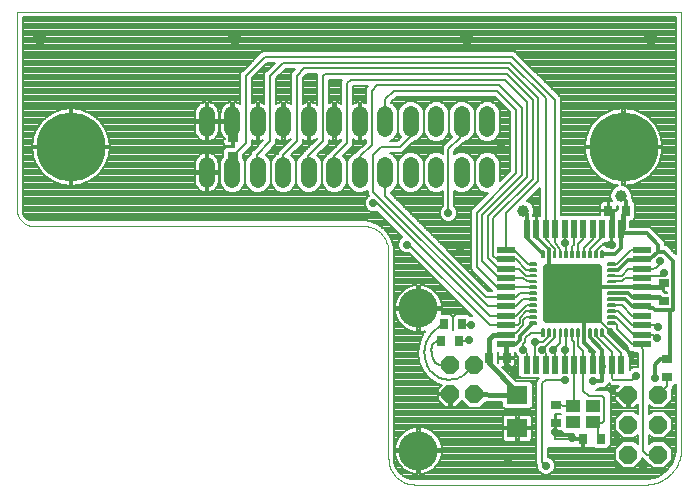
<source format=gbl>
G75*
%MOIN*%
%OFA0B0*%
%FSLAX24Y24*%
%IPPOS*%
%LPD*%
%AMOC8*
5,1,8,0,0,1.08239X$1,22.5*
%
%ADD10C,0.0039*%
%ADD11C,0.0520*%
%ADD12C,0.2300*%
%ADD13R,0.0472X0.0433*%
%ADD14OC8,0.0600*%
%ADD15R,0.0276X0.0354*%
%ADD16R,0.0354X0.0276*%
%ADD17R,0.0709X0.0630*%
%ADD18R,0.0591X0.0236*%
%ADD19R,0.0236X0.0591*%
%ADD20OC8,0.0574*%
%ADD21C,0.1306*%
%ADD22C,0.0059*%
%ADD23C,0.0197*%
%ADD24C,0.0079*%
%ADD25C,0.0278*%
%ADD26C,0.0475*%
%ADD27C,0.0160*%
%ADD28C,0.0118*%
%ADD29C,0.0098*%
%ADD30C,0.0396*%
D10*
X000639Y008800D02*
X011639Y008800D01*
X011696Y008798D01*
X011753Y008793D01*
X011810Y008783D01*
X011865Y008770D01*
X011920Y008754D01*
X011974Y008733D01*
X012026Y008710D01*
X012077Y008683D01*
X012125Y008653D01*
X012172Y008619D01*
X012216Y008583D01*
X012258Y008544D01*
X012297Y008502D01*
X012333Y008458D01*
X012367Y008411D01*
X012397Y008363D01*
X012424Y008312D01*
X012447Y008260D01*
X012468Y008206D01*
X012484Y008151D01*
X012497Y008096D01*
X012507Y008039D01*
X012512Y007982D01*
X012514Y007925D01*
X012514Y001050D01*
X012516Y000993D01*
X012521Y000936D01*
X012531Y000879D01*
X012544Y000824D01*
X012560Y000769D01*
X012581Y000715D01*
X012604Y000663D01*
X012631Y000613D01*
X012661Y000564D01*
X012695Y000517D01*
X012731Y000473D01*
X012770Y000431D01*
X012812Y000392D01*
X012856Y000356D01*
X012903Y000322D01*
X012952Y000292D01*
X013002Y000265D01*
X013054Y000242D01*
X013108Y000221D01*
X013163Y000205D01*
X013218Y000192D01*
X013275Y000182D01*
X013332Y000177D01*
X013389Y000175D01*
X021014Y000175D01*
X022264Y001300D02*
X022264Y015925D01*
X000139Y015925D01*
X000139Y009300D01*
X000141Y009256D01*
X000147Y009213D01*
X000156Y009171D01*
X000169Y009129D01*
X000186Y009089D01*
X000206Y009050D01*
X000229Y009013D01*
X000256Y008979D01*
X000285Y008946D01*
X000318Y008917D01*
X000352Y008890D01*
X000389Y008867D01*
X000428Y008847D01*
X000468Y008830D01*
X000510Y008817D01*
X000552Y008808D01*
X000595Y008802D01*
X000639Y008800D01*
X021015Y000176D02*
X021081Y000174D01*
X021148Y000176D01*
X021214Y000182D01*
X021280Y000192D01*
X021346Y000205D01*
X021410Y000222D01*
X021474Y000242D01*
X021536Y000266D01*
X021597Y000294D01*
X021656Y000324D01*
X021713Y000358D01*
X021768Y000396D01*
X021822Y000436D01*
X021872Y000479D01*
X021921Y000525D01*
X021966Y000574D01*
X022009Y000625D01*
X022049Y000678D01*
X022086Y000734D01*
X022120Y000792D01*
X022150Y000851D01*
X022177Y000912D01*
X022201Y000974D01*
X022221Y001038D01*
X022237Y001103D01*
X022250Y001168D01*
X022259Y001234D01*
X022264Y001301D01*
D11*
X015814Y010315D02*
X015814Y010835D01*
X014964Y010835D02*
X014964Y010315D01*
X014114Y010315D02*
X014114Y010835D01*
X013264Y010835D02*
X013264Y010315D01*
X012414Y010315D02*
X012414Y010835D01*
X011564Y010835D02*
X011564Y010315D01*
X010714Y010315D02*
X010714Y010835D01*
X009864Y010835D02*
X009864Y010315D01*
X009014Y010315D02*
X009014Y010835D01*
X008164Y010835D02*
X008164Y010315D01*
X007314Y010315D02*
X007314Y010835D01*
X006464Y010835D02*
X006464Y010315D01*
X006464Y012015D02*
X006464Y012535D01*
X007314Y012535D02*
X007314Y012015D01*
X008164Y012015D02*
X008164Y012535D01*
X009014Y012535D02*
X009014Y012015D01*
X009864Y012015D02*
X009864Y012535D01*
X010714Y012535D02*
X010714Y012015D01*
X011564Y012015D02*
X011564Y012535D01*
X012414Y012535D02*
X012414Y012015D01*
X013264Y012015D02*
X013264Y012535D01*
X014114Y012535D02*
X014114Y012015D01*
X014964Y012015D02*
X014964Y012535D01*
X015814Y012535D02*
X015814Y012015D01*
D12*
X020349Y011425D03*
X001929Y011425D03*
D13*
X018659Y002800D03*
X018659Y002249D03*
X019328Y002249D03*
X019328Y002800D03*
D14*
X020514Y003175D03*
X020514Y002175D03*
X020514Y001175D03*
X021514Y001175D03*
X021514Y002175D03*
X021514Y003175D03*
D15*
X019590Y001704D03*
X018990Y001704D03*
X016453Y004405D03*
X015853Y004405D03*
X014862Y004976D03*
X014967Y005517D03*
X014367Y005517D03*
X014262Y004976D03*
X019846Y009306D03*
X020446Y009306D03*
D16*
X021685Y006877D03*
X021685Y006277D03*
X021783Y004366D03*
X021783Y003766D03*
X018084Y002840D03*
X018084Y002240D03*
X007327Y011125D03*
X007327Y011725D03*
D17*
X016814Y003153D03*
X016814Y002051D03*
D18*
X016434Y004854D03*
X016434Y005169D03*
X016434Y005484D03*
X016434Y005799D03*
X016434Y006114D03*
X016434Y006429D03*
X016434Y006744D03*
X016434Y007059D03*
X016434Y007374D03*
X016434Y007689D03*
X016434Y008003D03*
X020962Y008003D03*
X020962Y007689D03*
X020962Y007374D03*
X020962Y007059D03*
X020962Y006744D03*
X020962Y006429D03*
X020962Y006114D03*
X020962Y005799D03*
X020962Y005484D03*
X020962Y005169D03*
X020962Y004854D03*
D19*
X020273Y004165D03*
X019958Y004165D03*
X019643Y004165D03*
X019328Y004165D03*
X019013Y004165D03*
X018698Y004165D03*
X018383Y004165D03*
X018068Y004165D03*
X017753Y004165D03*
X017438Y004165D03*
X017123Y004165D03*
X017123Y008692D03*
X017438Y008692D03*
X017753Y008692D03*
X018068Y008692D03*
X018383Y008692D03*
X018698Y008692D03*
X019013Y008692D03*
X019328Y008692D03*
X019643Y008692D03*
X019958Y008692D03*
X020273Y008692D03*
D20*
X015369Y004167D03*
X014581Y004167D03*
X014581Y003183D03*
X015369Y003183D03*
D21*
X013514Y001305D03*
X013514Y006045D03*
D22*
X016434Y006114D02*
X016766Y006114D01*
X017005Y006353D01*
X017330Y006353D01*
X017221Y006383D02*
X017439Y006383D01*
X017439Y006323D01*
X017221Y006323D01*
X017221Y006383D01*
X017221Y006381D02*
X017439Y006381D01*
X017439Y006580D02*
X017221Y006580D01*
X017439Y006580D02*
X017439Y006520D01*
X017221Y006520D01*
X017221Y006580D01*
X017221Y006578D02*
X017439Y006578D01*
X017330Y006550D02*
X016889Y006550D01*
X016768Y006429D01*
X016434Y006429D01*
X016434Y006744D02*
X017327Y006744D01*
X017330Y006747D01*
X017221Y006777D02*
X017439Y006777D01*
X017439Y006717D01*
X017221Y006717D01*
X017221Y006777D01*
X017221Y006775D02*
X017439Y006775D01*
X017330Y006944D02*
X017121Y006944D01*
X017006Y007059D01*
X016434Y007059D01*
X016434Y007374D02*
X016878Y007374D01*
X017111Y007141D01*
X017330Y007141D01*
X017221Y007171D02*
X017439Y007171D01*
X017439Y007111D01*
X017221Y007111D01*
X017221Y007171D01*
X017221Y007169D02*
X017439Y007169D01*
X017330Y007337D02*
X017102Y007337D01*
X016751Y007689D01*
X016434Y007689D01*
X016434Y008003D02*
X016686Y008003D01*
X017155Y007534D01*
X017330Y007534D01*
X017221Y007564D02*
X017439Y007564D01*
X017439Y007504D01*
X017221Y007504D01*
X017221Y007564D01*
X017221Y007562D02*
X017439Y007562D01*
X017439Y007367D02*
X017221Y007367D01*
X017439Y007367D02*
X017439Y007307D01*
X017221Y007307D01*
X017221Y007367D01*
X017221Y007365D02*
X017439Y007365D01*
X017439Y006974D02*
X017221Y006974D01*
X017439Y006974D02*
X017439Y006914D01*
X017221Y006914D01*
X017221Y006974D01*
X017221Y006972D02*
X017439Y006972D01*
X017330Y006156D02*
X017121Y006156D01*
X016763Y005799D01*
X016434Y005799D01*
X016434Y005484D02*
X016823Y005484D01*
X016889Y005550D01*
X016889Y005738D01*
X017111Y005959D01*
X017330Y005959D01*
X017221Y005989D02*
X017439Y005989D01*
X017439Y005929D01*
X017221Y005929D01*
X017221Y005989D01*
X017221Y005987D02*
X017439Y005987D01*
X017439Y006186D02*
X017221Y006186D01*
X017439Y006186D02*
X017439Y006126D01*
X017221Y006126D01*
X017221Y006186D01*
X017221Y006184D02*
X017439Y006184D01*
X017330Y005763D02*
X017102Y005763D01*
X017014Y005675D01*
X017014Y005488D01*
X016764Y005238D01*
X016503Y005238D01*
X016434Y005169D01*
X017014Y004863D02*
X017014Y004675D01*
X017014Y004863D02*
X017077Y004925D01*
X017077Y005050D01*
X017268Y005241D01*
X017655Y005241D01*
X017625Y005350D02*
X017685Y005350D01*
X017685Y005132D01*
X017625Y005132D01*
X017625Y005350D01*
X017625Y005190D02*
X017685Y005190D01*
X017685Y005248D02*
X017625Y005248D01*
X017625Y005306D02*
X017685Y005306D01*
X017852Y005241D02*
X017852Y005113D01*
X017664Y004925D01*
X017389Y004925D01*
X017639Y004675D02*
X018049Y005084D01*
X018049Y005241D01*
X018019Y005350D02*
X018079Y005350D01*
X018079Y005132D01*
X018019Y005132D01*
X018019Y005350D01*
X018019Y005190D02*
X018079Y005190D01*
X018079Y005248D02*
X018019Y005248D01*
X018019Y005306D02*
X018079Y005306D01*
X018216Y005350D02*
X018276Y005350D01*
X018276Y005132D01*
X018216Y005132D01*
X018216Y005350D01*
X018216Y005190D02*
X018276Y005190D01*
X018276Y005248D02*
X018216Y005248D01*
X018216Y005306D02*
X018276Y005306D01*
X018246Y005241D02*
X018246Y004906D01*
X018014Y004675D01*
X018389Y004675D02*
X018443Y004728D01*
X018443Y005241D01*
X018413Y005350D02*
X018473Y005350D01*
X018473Y005132D01*
X018413Y005132D01*
X018413Y005350D01*
X018413Y005190D02*
X018473Y005190D01*
X018473Y005248D02*
X018413Y005248D01*
X018413Y005306D02*
X018473Y005306D01*
X018609Y005350D02*
X018669Y005350D01*
X018669Y005132D01*
X018609Y005132D01*
X018609Y005350D01*
X018609Y005190D02*
X018669Y005190D01*
X018669Y005248D02*
X018609Y005248D01*
X018609Y005306D02*
X018669Y005306D01*
X018639Y005241D02*
X018639Y004988D01*
X018702Y004925D01*
X018702Y004169D01*
X018698Y004165D01*
X019013Y004165D02*
X019014Y004166D01*
X019014Y004613D01*
X018836Y004791D01*
X018836Y005241D01*
X018806Y005350D02*
X018866Y005350D01*
X018866Y005132D01*
X018806Y005132D01*
X018806Y005350D01*
X018806Y005190D02*
X018866Y005190D01*
X018866Y005248D02*
X018806Y005248D01*
X018806Y005306D02*
X018866Y005306D01*
X019003Y005350D02*
X019063Y005350D01*
X019063Y005132D01*
X019003Y005132D01*
X019003Y005350D01*
X019003Y005190D02*
X019063Y005190D01*
X019063Y005248D02*
X019003Y005248D01*
X019003Y005306D02*
X019063Y005306D01*
X019200Y005350D02*
X019260Y005350D01*
X019260Y005132D01*
X019200Y005132D01*
X019200Y005350D01*
X019200Y005190D02*
X019260Y005190D01*
X019260Y005248D02*
X019200Y005248D01*
X019200Y005306D02*
X019260Y005306D01*
X019427Y005241D02*
X019427Y005138D01*
X019958Y004607D01*
X020264Y004550D02*
X020264Y004173D01*
X020273Y004165D01*
X020264Y004550D02*
X019624Y005191D01*
X019624Y005241D01*
X019594Y005350D02*
X019654Y005350D01*
X019654Y005132D01*
X019594Y005132D01*
X019594Y005350D01*
X019594Y005190D02*
X019654Y005190D01*
X019654Y005248D02*
X019594Y005248D01*
X019594Y005306D02*
X019654Y005306D01*
X019457Y005350D02*
X019397Y005350D01*
X019457Y005350D02*
X019457Y005132D01*
X019397Y005132D01*
X019397Y005350D01*
X019397Y005190D02*
X019457Y005190D01*
X019457Y005248D02*
X019397Y005248D01*
X019397Y005306D02*
X019457Y005306D01*
X019839Y005596D02*
X020057Y005596D01*
X020057Y005536D01*
X019839Y005536D01*
X019839Y005596D01*
X019839Y005594D02*
X020057Y005594D01*
X020061Y005566D02*
X020139Y005488D01*
X020139Y005363D01*
X020639Y004863D01*
X020953Y004863D01*
X020962Y004854D01*
X020962Y005169D02*
X020702Y005169D01*
X020108Y005763D01*
X019948Y005763D01*
X019839Y005793D02*
X020057Y005793D01*
X020057Y005733D01*
X019839Y005733D01*
X019839Y005793D01*
X019839Y005791D02*
X020057Y005791D01*
X020057Y005989D02*
X019839Y005989D01*
X020057Y005989D02*
X020057Y005929D01*
X019839Y005929D01*
X019839Y005989D01*
X019839Y005987D02*
X020057Y005987D01*
X019948Y005959D02*
X020167Y005959D01*
X020639Y005488D01*
X020958Y005488D01*
X020962Y005484D01*
X020962Y005799D02*
X020960Y005800D01*
X020639Y005800D01*
X020283Y006156D01*
X019948Y006156D01*
X019839Y006186D02*
X020057Y006186D01*
X020057Y006126D01*
X019839Y006126D01*
X019839Y006186D01*
X019839Y006184D02*
X020057Y006184D01*
X020057Y006383D02*
X019839Y006383D01*
X020057Y006383D02*
X020057Y006323D01*
X019839Y006323D01*
X019839Y006383D01*
X019839Y006381D02*
X020057Y006381D01*
X020057Y006580D02*
X019839Y006580D01*
X020057Y006580D02*
X020057Y006520D01*
X019839Y006520D01*
X019839Y006580D01*
X019839Y006578D02*
X020057Y006578D01*
X020057Y006777D02*
X019839Y006777D01*
X020057Y006777D02*
X020057Y006717D01*
X019839Y006717D01*
X019839Y006777D01*
X019839Y006775D02*
X020057Y006775D01*
X020057Y006974D02*
X019839Y006974D01*
X020057Y006974D02*
X020057Y006914D01*
X019839Y006914D01*
X019839Y006974D01*
X019839Y006972D02*
X020057Y006972D01*
X019948Y006944D02*
X020283Y006944D01*
X020389Y007050D01*
X020953Y007050D01*
X020962Y007059D01*
X020951Y007363D02*
X020514Y007363D01*
X020292Y007141D01*
X019948Y007141D01*
X019839Y007171D02*
X020057Y007171D01*
X020057Y007111D01*
X019839Y007111D01*
X019839Y007171D01*
X019839Y007169D02*
X020057Y007169D01*
X020057Y007367D02*
X019839Y007367D01*
X020057Y007367D02*
X020057Y007307D01*
X019839Y007307D01*
X019839Y007367D01*
X019839Y007365D02*
X020057Y007365D01*
X020124Y007534D02*
X020593Y008003D01*
X020962Y008003D01*
X020962Y007689D02*
X020948Y007675D01*
X020962Y007374D02*
X020951Y007363D01*
X020124Y007534D02*
X019948Y007534D01*
X019839Y007564D02*
X020057Y007564D01*
X020057Y007504D01*
X019839Y007504D01*
X019839Y007564D01*
X019839Y007562D02*
X020057Y007562D01*
X019654Y007968D02*
X019594Y007968D01*
X019654Y007968D02*
X019654Y007750D01*
X019594Y007750D01*
X019594Y007968D01*
X019594Y007808D02*
X019654Y007808D01*
X019654Y007866D02*
X019594Y007866D01*
X019594Y007924D02*
X019654Y007924D01*
X019427Y007962D02*
X019427Y007859D01*
X019397Y007968D02*
X019457Y007968D01*
X019457Y007750D01*
X019397Y007750D01*
X019397Y007968D01*
X019397Y007808D02*
X019457Y007808D01*
X019457Y007866D02*
X019397Y007866D01*
X019397Y007924D02*
X019457Y007924D01*
X019427Y007962D02*
X019639Y008175D01*
X019952Y008175D01*
X019958Y008181D01*
X019958Y008692D01*
X019643Y008692D02*
X019639Y008689D01*
X019639Y008425D01*
X019230Y008016D01*
X019230Y007859D01*
X019200Y007968D02*
X019260Y007968D01*
X019260Y007750D01*
X019200Y007750D01*
X019200Y007968D01*
X019200Y007808D02*
X019260Y007808D01*
X019260Y007866D02*
X019200Y007866D01*
X019200Y007924D02*
X019260Y007924D01*
X019063Y007968D02*
X019003Y007968D01*
X019063Y007968D02*
X019063Y007750D01*
X019003Y007750D01*
X019003Y007968D01*
X019003Y007808D02*
X019063Y007808D01*
X019063Y007866D02*
X019003Y007866D01*
X019003Y007924D02*
X019063Y007924D01*
X019033Y007859D02*
X019033Y008069D01*
X019327Y008363D01*
X019327Y008692D01*
X019328Y008692D01*
X019014Y008691D02*
X019014Y008363D01*
X018836Y008184D01*
X018836Y007859D01*
X018806Y007968D02*
X018866Y007968D01*
X018866Y007750D01*
X018806Y007750D01*
X018806Y007968D01*
X018806Y007808D02*
X018866Y007808D01*
X018866Y007866D02*
X018806Y007866D01*
X018806Y007924D02*
X018866Y007924D01*
X018669Y007968D02*
X018609Y007968D01*
X018669Y007968D02*
X018669Y007750D01*
X018609Y007750D01*
X018609Y007968D01*
X018609Y007808D02*
X018669Y007808D01*
X018669Y007866D02*
X018609Y007866D01*
X018609Y007924D02*
X018669Y007924D01*
X018639Y007859D02*
X018639Y008113D01*
X018702Y008175D01*
X018702Y008688D01*
X018698Y008692D01*
X019013Y008692D02*
X019014Y008691D01*
X018443Y008184D02*
X018389Y008238D01*
X018443Y008184D02*
X018443Y007859D01*
X018413Y007968D02*
X018473Y007968D01*
X018473Y007750D01*
X018413Y007750D01*
X018413Y007968D01*
X018413Y007808D02*
X018473Y007808D01*
X018473Y007866D02*
X018413Y007866D01*
X018413Y007924D02*
X018473Y007924D01*
X018276Y007968D02*
X018216Y007968D01*
X018276Y007968D02*
X018276Y007750D01*
X018216Y007750D01*
X018216Y007968D01*
X018216Y007808D02*
X018276Y007808D01*
X018276Y007866D02*
X018216Y007866D01*
X018216Y007924D02*
X018276Y007924D01*
X018246Y007859D02*
X018246Y008006D01*
X018068Y008246D01*
X018068Y008692D01*
X017753Y008692D02*
X017753Y008374D01*
X018049Y008016D01*
X018049Y007859D01*
X018019Y007968D02*
X018079Y007968D01*
X018079Y007750D01*
X018019Y007750D01*
X018019Y007968D01*
X018019Y007808D02*
X018079Y007808D01*
X018079Y007866D02*
X018019Y007866D01*
X018019Y007924D02*
X018079Y007924D01*
X017882Y007968D02*
X017822Y007968D01*
X017882Y007968D02*
X017882Y007750D01*
X017822Y007750D01*
X017822Y007968D01*
X017822Y007808D02*
X017882Y007808D01*
X017882Y007866D02*
X017822Y007866D01*
X017822Y007924D02*
X017882Y007924D01*
X017685Y007968D02*
X017625Y007968D01*
X017685Y007968D02*
X017685Y007750D01*
X017625Y007750D01*
X017625Y007968D01*
X017625Y007808D02*
X017685Y007808D01*
X017685Y007866D02*
X017625Y007866D01*
X017625Y007924D02*
X017685Y007924D01*
X017439Y005793D02*
X017221Y005793D01*
X017439Y005793D02*
X017439Y005733D01*
X017221Y005733D01*
X017221Y005793D01*
X017221Y005791D02*
X017439Y005791D01*
X017439Y005596D02*
X017221Y005596D01*
X017439Y005596D02*
X017439Y005536D01*
X017221Y005536D01*
X017221Y005596D01*
X017221Y005594D02*
X017439Y005594D01*
X017822Y005350D02*
X017882Y005350D01*
X017882Y005132D01*
X017822Y005132D01*
X017822Y005350D01*
X017822Y005190D02*
X017882Y005190D01*
X017882Y005248D02*
X017822Y005248D01*
X017822Y005306D02*
X017882Y005306D01*
X019948Y005566D02*
X020061Y005566D01*
D23*
X019525Y007436D02*
X017753Y007436D01*
X019525Y007436D02*
X019525Y005664D01*
X017753Y005664D01*
X017753Y007436D01*
X017753Y005860D02*
X019525Y005860D01*
X019525Y006056D02*
X017753Y006056D01*
X017753Y006252D02*
X019525Y006252D01*
X019525Y006448D02*
X017753Y006448D01*
X017753Y006644D02*
X019525Y006644D01*
X019525Y006840D02*
X017753Y006840D01*
X017753Y007036D02*
X019525Y007036D01*
X019525Y007232D02*
X017753Y007232D01*
X017753Y007428D02*
X019525Y007428D01*
D24*
X019810Y008077D02*
X019983Y008077D01*
X020046Y008140D01*
X020046Y008258D01*
X019977Y008258D01*
X019977Y008673D01*
X019938Y008673D01*
X019938Y008258D01*
X019847Y008258D01*
X019827Y008238D01*
X019719Y008238D01*
X019718Y008236D01*
X019638Y008156D01*
X019731Y008156D01*
X019810Y008077D01*
X019767Y008120D02*
X020026Y008120D01*
X020046Y008197D02*
X019679Y008197D01*
X019938Y008275D02*
X019977Y008275D01*
X019977Y008352D02*
X019938Y008352D01*
X019938Y008429D02*
X019977Y008429D01*
X019977Y008506D02*
X019938Y008506D01*
X019938Y008584D02*
X019977Y008584D01*
X019977Y008661D02*
X019938Y008661D01*
X019569Y009147D02*
X018267Y009147D01*
X018267Y013079D01*
X016838Y014507D01*
X016722Y014624D01*
X008307Y014624D01*
X007682Y013999D01*
X007566Y013882D01*
X007566Y012847D01*
X007504Y012889D01*
X007431Y012919D01*
X007354Y012934D01*
X007354Y012314D01*
X007275Y012314D01*
X007275Y012236D01*
X006915Y012236D01*
X006915Y011976D01*
X006930Y011899D01*
X006960Y011826D01*
X007004Y011760D01*
X007060Y011705D01*
X007074Y011695D01*
X007010Y011695D01*
X007010Y011569D01*
X007020Y011533D01*
X007038Y011502D01*
X007064Y011476D01*
X007096Y011457D01*
X007131Y011448D01*
X007297Y011448D01*
X007297Y011695D01*
X007354Y011695D01*
X007354Y011616D01*
X007356Y011616D01*
X007356Y011448D01*
X007381Y011448D01*
X007355Y011422D01*
X007084Y011422D01*
X006990Y011329D01*
X006990Y011104D01*
X006959Y011073D01*
X006895Y010918D01*
X006895Y010232D01*
X006959Y010077D01*
X007077Y009959D01*
X007231Y009896D01*
X007398Y009896D01*
X007552Y009959D01*
X007670Y010077D01*
X007734Y010232D01*
X007734Y010918D01*
X007670Y011073D01*
X007663Y011079D01*
X007663Y011168D01*
X007963Y011468D01*
X007963Y011669D01*
X007975Y011661D01*
X008048Y011631D01*
X008125Y011616D01*
X008125Y012236D01*
X008204Y012236D01*
X008204Y011616D01*
X008281Y011631D01*
X008338Y011655D01*
X008057Y011374D01*
X007941Y011257D01*
X007941Y011196D01*
X007927Y011191D01*
X007809Y011073D01*
X007745Y010918D01*
X007745Y010232D01*
X007809Y010077D01*
X007927Y009959D01*
X008081Y009896D01*
X008248Y009896D01*
X008402Y009959D01*
X008520Y010077D01*
X008584Y010232D01*
X008584Y010918D01*
X008520Y011073D01*
X008419Y011174D01*
X008776Y011530D01*
X008776Y011694D01*
X008825Y011661D01*
X008898Y011631D01*
X008975Y011616D01*
X008975Y012236D01*
X009054Y012236D01*
X009054Y011616D01*
X009131Y011631D01*
X009204Y011661D01*
X009251Y011693D01*
X008932Y011374D01*
X008816Y011257D01*
X008816Y011207D01*
X008777Y011191D01*
X008659Y011073D01*
X008595Y010918D01*
X008595Y010232D01*
X008659Y010077D01*
X008777Y009959D01*
X008931Y009896D01*
X009098Y009896D01*
X009252Y009959D01*
X009370Y010077D01*
X009434Y010232D01*
X009434Y010918D01*
X009370Y011073D01*
X009281Y011161D01*
X009651Y011530D01*
X009651Y011678D01*
X009675Y011661D01*
X009748Y011631D01*
X009825Y011616D01*
X009825Y012236D01*
X009904Y012236D01*
X009904Y011616D01*
X009981Y011631D01*
X010054Y011661D01*
X010119Y011705D01*
X010128Y011714D01*
X010128Y011695D01*
X009745Y011311D01*
X009628Y011195D01*
X009628Y011191D01*
X009627Y011191D01*
X009509Y011073D01*
X009445Y010918D01*
X009445Y010232D01*
X009509Y010077D01*
X009627Y009959D01*
X009781Y009896D01*
X009948Y009896D01*
X010102Y009959D01*
X010220Y010077D01*
X010284Y010232D01*
X010284Y010918D01*
X010220Y011073D01*
X010144Y011149D01*
X010526Y011530D01*
X010526Y011661D01*
X010598Y011631D01*
X010675Y011616D01*
X010675Y012236D01*
X010754Y012236D01*
X010754Y011616D01*
X010831Y011631D01*
X010904Y011661D01*
X010941Y011686D01*
X010941Y011632D01*
X010620Y011311D01*
X010514Y011206D01*
X010477Y011191D01*
X010359Y011073D01*
X010295Y010918D01*
X010295Y010232D01*
X010359Y010077D01*
X010477Y009959D01*
X010631Y009896D01*
X010798Y009896D01*
X010952Y009959D01*
X011070Y010077D01*
X011134Y010232D01*
X011134Y010918D01*
X011070Y011073D01*
X011006Y011136D01*
X011338Y011468D01*
X011338Y011686D01*
X011375Y011661D01*
X011448Y011631D01*
X011525Y011616D01*
X011525Y012236D01*
X011604Y012236D01*
X011604Y011616D01*
X011681Y011631D01*
X011753Y011661D01*
X011753Y011570D01*
X011495Y011311D01*
X011407Y011224D01*
X011327Y011191D01*
X011209Y011073D01*
X011145Y010918D01*
X011145Y010232D01*
X011209Y010077D01*
X011327Y009959D01*
X011481Y009896D01*
X011648Y009896D01*
X011802Y009959D01*
X011816Y009973D01*
X011816Y009843D01*
X011852Y009806D01*
X011845Y009803D01*
X011761Y009719D01*
X011716Y009609D01*
X011716Y009491D01*
X011761Y009381D01*
X011845Y009297D01*
X011955Y009252D01*
X012074Y009252D01*
X012132Y009276D01*
X012977Y008431D01*
X012970Y008428D01*
X012886Y008344D01*
X012841Y008234D01*
X012841Y008116D01*
X012886Y008006D01*
X012970Y007922D01*
X013080Y007877D01*
X013199Y007877D01*
X013213Y007883D01*
X015310Y005786D01*
X015239Y005786D01*
X015171Y005854D01*
X014764Y005854D01*
X014670Y005761D01*
X014670Y005313D01*
X014665Y005313D01*
X014665Y005761D01*
X014571Y005854D01*
X014283Y005854D01*
X014293Y005890D01*
X014306Y005993D01*
X014306Y006006D01*
X013554Y006006D01*
X013554Y006084D01*
X014306Y006084D01*
X014306Y006097D01*
X014293Y006200D01*
X014266Y006300D01*
X014226Y006396D01*
X014174Y006486D01*
X014111Y006568D01*
X014038Y006642D01*
X013955Y006705D01*
X013865Y006757D01*
X013770Y006797D01*
X013669Y006824D01*
X013566Y006837D01*
X013554Y006837D01*
X013554Y006084D01*
X013475Y006084D01*
X013475Y006006D01*
X012722Y006006D01*
X012722Y005993D01*
X012736Y005890D01*
X012763Y005790D01*
X012802Y005694D01*
X012854Y005604D01*
X012918Y005522D01*
X012991Y005448D01*
X013073Y005385D01*
X013163Y005333D01*
X013259Y005293D01*
X013360Y005267D01*
X013462Y005253D01*
X013475Y005253D01*
X013475Y006006D01*
X013554Y006006D01*
X013554Y005253D01*
X013566Y005253D01*
X013669Y005267D01*
X013745Y005287D01*
X013713Y005252D01*
X013559Y004939D01*
X013501Y004594D01*
X013501Y004594D01*
X013545Y004247D01*
X013687Y003928D01*
X013687Y003928D01*
X013750Y003854D01*
X013750Y003850D01*
X013804Y003793D01*
X013855Y003733D01*
X013859Y003733D01*
X013906Y003683D01*
X014158Y003535D01*
X014158Y003535D01*
X014298Y003502D01*
X014155Y003359D01*
X014155Y003222D01*
X014542Y003222D01*
X014542Y003144D01*
X014155Y003144D01*
X014155Y003006D01*
X014405Y002756D01*
X014542Y002756D01*
X014542Y003143D01*
X014621Y003143D01*
X014621Y002756D01*
X014758Y002756D01*
X014961Y002959D01*
X015184Y002736D01*
X015554Y002736D01*
X015757Y002940D01*
X016090Y002936D01*
X016092Y002936D01*
X016138Y002936D01*
X016184Y002935D01*
X016185Y002936D01*
X016300Y002936D01*
X016300Y002772D01*
X016393Y002679D01*
X017234Y002679D01*
X017327Y002772D01*
X017327Y003534D01*
X017234Y003628D01*
X016775Y003628D01*
X016314Y004089D01*
X016424Y004089D01*
X016424Y004376D01*
X016176Y004376D01*
X016176Y004227D01*
X016151Y004252D01*
X016151Y004596D01*
X016176Y004596D01*
X016176Y004435D01*
X016424Y004435D01*
X016424Y004722D01*
X016414Y004722D01*
X016414Y004834D01*
X016454Y004834D01*
X016757Y004834D01*
X016761Y004844D01*
X016791Y004874D01*
X016454Y004874D01*
X016454Y004834D01*
X016454Y004596D01*
X016483Y004596D01*
X016483Y004435D01*
X016424Y004435D01*
X016424Y004376D01*
X016483Y004376D01*
X016483Y004435D01*
X016731Y004435D01*
X016731Y004580D01*
X016761Y004506D01*
X016845Y004422D01*
X016846Y004422D01*
X016846Y003804D01*
X016939Y003710D01*
X017519Y003710D01*
X017441Y003632D01*
X017441Y000843D01*
X017466Y000817D01*
X017466Y000741D01*
X017511Y000631D01*
X017595Y000547D01*
X017705Y000502D01*
X017824Y000502D01*
X017933Y000547D01*
X018017Y000631D01*
X018063Y000741D01*
X018063Y000859D01*
X018017Y000969D01*
X017933Y001053D01*
X017838Y001092D01*
X017838Y001391D01*
X018822Y001391D01*
X018834Y001387D01*
X018960Y001387D01*
X018960Y001391D01*
X019019Y001391D01*
X019019Y001387D01*
X019146Y001387D01*
X019158Y001391D01*
X019363Y001391D01*
X019386Y001367D01*
X019794Y001367D01*
X019817Y001391D01*
X019830Y001391D01*
X019924Y001484D01*
X019924Y003241D01*
X019830Y003334D01*
X019435Y003334D01*
X019496Y003360D01*
X019530Y003394D01*
X019730Y003394D01*
X019858Y003522D01*
X019858Y003551D01*
X019932Y003476D01*
X020194Y003476D01*
X020075Y003357D01*
X020075Y003214D01*
X020475Y003214D01*
X020475Y003136D01*
X020075Y003136D01*
X020075Y002993D01*
X020332Y002736D01*
X020475Y002736D01*
X020475Y003136D01*
X020554Y003136D01*
X020554Y002736D01*
X020696Y002736D01*
X020816Y002855D01*
X020816Y002523D01*
X020705Y002634D01*
X020324Y002634D01*
X020055Y002365D01*
X020055Y001985D01*
X020324Y001716D01*
X020705Y001716D01*
X020816Y001827D01*
X020816Y001523D01*
X020705Y001634D01*
X020324Y001634D01*
X020055Y001365D01*
X020055Y000985D01*
X020324Y000716D01*
X020705Y000716D01*
X020974Y000985D01*
X020974Y001060D01*
X021057Y000976D01*
X021063Y000976D01*
X021324Y000716D01*
X021705Y000716D01*
X021974Y000985D01*
X021974Y001365D01*
X021705Y001634D01*
X021324Y001634D01*
X021213Y001523D01*
X021213Y001827D01*
X021324Y001716D01*
X021705Y001716D01*
X021974Y001985D01*
X021974Y002365D01*
X021705Y002634D01*
X021324Y002634D01*
X021213Y002523D01*
X021213Y002827D01*
X021324Y002716D01*
X021705Y002716D01*
X021974Y002985D01*
X021974Y003353D01*
X021982Y003361D01*
X021982Y003469D01*
X022026Y003469D01*
X022085Y003528D01*
X022085Y001308D01*
X022065Y001152D01*
X021952Y000857D01*
X021753Y000612D01*
X021488Y000440D01*
X021182Y000358D01*
X021033Y000354D01*
X021019Y000354D01*
X020950Y000358D01*
X020946Y000354D01*
X013389Y000354D01*
X013280Y000363D01*
X013073Y000430D01*
X012897Y000558D01*
X012769Y000734D01*
X012702Y000941D01*
X012693Y001050D01*
X012693Y008092D01*
X012590Y008409D01*
X012394Y008680D01*
X012124Y008876D01*
X012124Y008876D01*
X011806Y008979D01*
X000639Y008979D01*
X000577Y008985D01*
X000461Y009033D01*
X000373Y009122D01*
X000325Y009237D01*
X000318Y009300D01*
X000318Y015746D01*
X022085Y015746D01*
X022085Y007850D01*
X021792Y008143D01*
X021733Y008143D01*
X021733Y008265D01*
X021605Y008393D01*
X021230Y008768D01*
X020555Y008768D01*
X020555Y008970D01*
X020650Y008970D01*
X022085Y008970D01*
X022085Y009047D02*
X020727Y009047D01*
X020743Y009063D02*
X020743Y009549D01*
X020659Y009633D01*
X020659Y009714D01*
X020658Y009715D01*
X020658Y009717D01*
X020622Y009752D01*
X020622Y009871D01*
X020567Y010002D01*
X020467Y010103D01*
X020335Y010157D01*
X020310Y010157D01*
X020310Y011386D01*
X019060Y011386D01*
X019060Y011362D01*
X019072Y011236D01*
X019097Y011111D01*
X019134Y010990D01*
X019182Y010873D01*
X019242Y010761D01*
X019312Y010656D01*
X019393Y010558D01*
X019482Y010468D01*
X019580Y010388D01*
X019686Y010318D01*
X019797Y010258D01*
X019914Y010210D01*
X020036Y010173D01*
X020160Y010148D01*
X020168Y010147D01*
X020062Y010103D01*
X019961Y010002D01*
X019907Y009871D01*
X019907Y009729D01*
X019951Y009623D01*
X019875Y009623D01*
X019875Y009336D01*
X019816Y009336D01*
X019816Y009277D01*
X019569Y009277D01*
X019569Y009147D01*
X019569Y009202D02*
X018267Y009202D01*
X018267Y009279D02*
X019816Y009279D01*
X019816Y009336D02*
X019569Y009336D01*
X019569Y009502D01*
X019578Y009537D01*
X019597Y009569D01*
X019623Y009595D01*
X019654Y009613D01*
X019690Y009623D01*
X019816Y009623D01*
X019816Y009336D01*
X019816Y009356D02*
X019875Y009356D01*
X019876Y009336D02*
X020123Y009336D01*
X020123Y009472D01*
X020149Y009461D01*
X020149Y009348D01*
X020113Y009312D01*
X020098Y009277D01*
X019876Y009277D01*
X019876Y009336D01*
X019876Y009279D02*
X020099Y009279D01*
X020123Y009356D02*
X020149Y009356D01*
X020149Y009433D02*
X020123Y009433D01*
X019875Y009433D02*
X019816Y009433D01*
X019816Y009510D02*
X019875Y009510D01*
X019875Y009588D02*
X019816Y009588D01*
X019933Y009665D02*
X018267Y009665D01*
X018267Y009742D02*
X019907Y009742D01*
X019907Y009819D02*
X018267Y009819D01*
X018267Y009897D02*
X019917Y009897D01*
X019949Y009974D02*
X018267Y009974D01*
X018267Y010051D02*
X020010Y010051D01*
X020123Y010128D02*
X018267Y010128D01*
X018267Y010206D02*
X019927Y010206D01*
X019751Y010283D02*
X018267Y010283D01*
X018267Y010360D02*
X019622Y010360D01*
X019520Y010437D02*
X018267Y010437D01*
X018267Y010515D02*
X019436Y010515D01*
X019365Y010592D02*
X018267Y010592D01*
X018267Y010669D02*
X019304Y010669D01*
X019252Y010746D02*
X018267Y010746D01*
X018267Y010824D02*
X019209Y010824D01*
X019171Y010901D02*
X018267Y010901D01*
X018267Y010978D02*
X019139Y010978D01*
X019114Y011055D02*
X018267Y011055D01*
X018267Y011133D02*
X019093Y011133D01*
X019078Y011210D02*
X018267Y011210D01*
X018267Y011287D02*
X019067Y011287D01*
X019060Y011364D02*
X018267Y011364D01*
X018267Y011442D02*
X020310Y011442D01*
X020310Y011464D02*
X020310Y011386D01*
X020389Y011386D01*
X020389Y011464D01*
X021639Y011464D01*
X021639Y011488D01*
X021626Y011614D01*
X021602Y011739D01*
X021565Y011860D01*
X021516Y011977D01*
X021457Y012089D01*
X021386Y012194D01*
X021306Y012292D01*
X021216Y012382D01*
X021118Y012462D01*
X021013Y012532D01*
X020901Y012592D01*
X020784Y012640D01*
X020663Y012677D01*
X020539Y012702D01*
X020413Y012714D01*
X020389Y012714D01*
X020389Y011464D01*
X020310Y011464D01*
X019060Y011464D01*
X019060Y011488D01*
X019072Y011614D01*
X019097Y011739D01*
X019134Y011860D01*
X019182Y011977D01*
X019242Y012089D01*
X019312Y012194D01*
X019393Y012292D01*
X019482Y012382D01*
X019580Y012462D01*
X019686Y012532D01*
X019797Y012592D01*
X019914Y012640D01*
X020036Y012677D01*
X020160Y012702D01*
X020286Y012714D01*
X020310Y012714D01*
X020310Y011464D01*
X020310Y011519D02*
X020389Y011519D01*
X020389Y011596D02*
X020310Y011596D01*
X020310Y011673D02*
X020389Y011673D01*
X020389Y011750D02*
X020310Y011750D01*
X020310Y011828D02*
X020389Y011828D01*
X020389Y011905D02*
X020310Y011905D01*
X020310Y011982D02*
X020389Y011982D01*
X020389Y012059D02*
X020310Y012059D01*
X020310Y012137D02*
X020389Y012137D01*
X020389Y012214D02*
X020310Y012214D01*
X020310Y012291D02*
X020389Y012291D01*
X020389Y012368D02*
X020310Y012368D01*
X020310Y012446D02*
X020389Y012446D01*
X020389Y012523D02*
X020310Y012523D01*
X020310Y012600D02*
X020389Y012600D01*
X020389Y012677D02*
X020310Y012677D01*
X020036Y012677D02*
X018267Y012677D01*
X018267Y012600D02*
X019817Y012600D01*
X019672Y012523D02*
X018267Y012523D01*
X018267Y012446D02*
X019561Y012446D01*
X019469Y012368D02*
X018267Y012368D01*
X018267Y012291D02*
X019392Y012291D01*
X019329Y012214D02*
X018267Y012214D01*
X018267Y012137D02*
X019274Y012137D01*
X019226Y012059D02*
X018267Y012059D01*
X018267Y011982D02*
X019185Y011982D01*
X019153Y011905D02*
X018267Y011905D01*
X018267Y011828D02*
X019124Y011828D01*
X019101Y011750D02*
X018267Y011750D01*
X018267Y011673D02*
X019084Y011673D01*
X019071Y011596D02*
X018267Y011596D01*
X018267Y011519D02*
X019063Y011519D01*
X020310Y011364D02*
X020389Y011364D01*
X020389Y011386D02*
X020389Y010136D01*
X020413Y010136D01*
X020539Y010148D01*
X020663Y010173D01*
X020784Y010210D01*
X020901Y010258D01*
X021013Y010318D01*
X021118Y010388D01*
X021216Y010468D01*
X021306Y010558D01*
X021386Y010656D01*
X021457Y010761D01*
X021516Y010873D01*
X021565Y010990D01*
X021602Y011111D01*
X021626Y011236D01*
X021639Y011362D01*
X021639Y011386D01*
X020389Y011386D01*
X020389Y011442D02*
X022085Y011442D01*
X022085Y011519D02*
X021636Y011519D01*
X021628Y011596D02*
X022085Y011596D01*
X022085Y011673D02*
X021615Y011673D01*
X021598Y011750D02*
X022085Y011750D01*
X022085Y011828D02*
X021575Y011828D01*
X021546Y011905D02*
X022085Y011905D01*
X022085Y011982D02*
X021514Y011982D01*
X021472Y012059D02*
X022085Y012059D01*
X022085Y012137D02*
X021425Y012137D01*
X021370Y012214D02*
X022085Y012214D01*
X022085Y012291D02*
X021307Y012291D01*
X021229Y012368D02*
X022085Y012368D01*
X022085Y012446D02*
X021138Y012446D01*
X021027Y012523D02*
X022085Y012523D01*
X022085Y012600D02*
X020882Y012600D01*
X020662Y012677D02*
X022085Y012677D01*
X022085Y012755D02*
X018267Y012755D01*
X018267Y012832D02*
X022085Y012832D01*
X022085Y012909D02*
X018267Y012909D01*
X018267Y012986D02*
X022085Y012986D01*
X022085Y013064D02*
X018267Y013064D01*
X018205Y013141D02*
X022085Y013141D01*
X022085Y013218D02*
X018127Y013218D01*
X018050Y013295D02*
X022085Y013295D01*
X022085Y013373D02*
X017973Y013373D01*
X017896Y013450D02*
X022085Y013450D01*
X022085Y013527D02*
X017818Y013527D01*
X017741Y013604D02*
X022085Y013604D01*
X022085Y013681D02*
X017664Y013681D01*
X017587Y013759D02*
X022085Y013759D01*
X022085Y013836D02*
X017509Y013836D01*
X017432Y013913D02*
X022085Y013913D01*
X022085Y013990D02*
X017355Y013990D01*
X017278Y014068D02*
X022085Y014068D01*
X022085Y014145D02*
X017201Y014145D01*
X017123Y014222D02*
X022085Y014222D01*
X022085Y014299D02*
X017046Y014299D01*
X016969Y014377D02*
X022085Y014377D01*
X022085Y014454D02*
X016892Y014454D01*
X016814Y014531D02*
X022085Y014531D01*
X022085Y014608D02*
X016737Y014608D01*
X016639Y014425D02*
X008389Y014425D01*
X007764Y013800D01*
X007764Y011550D01*
X007327Y011113D01*
X007327Y011125D01*
X007327Y011193D01*
X007327Y011113D02*
X007327Y010588D01*
X007314Y010575D01*
X006895Y010592D02*
X006504Y010592D01*
X006504Y010614D02*
X006864Y010614D01*
X006864Y010874D01*
X006848Y010951D01*
X006818Y011024D01*
X006775Y011090D01*
X006719Y011145D01*
X006654Y011189D01*
X006581Y011219D01*
X006504Y011234D01*
X006504Y010614D01*
X006504Y010536D01*
X006864Y010536D01*
X006864Y010276D01*
X006848Y010199D01*
X006818Y010126D01*
X006775Y010060D01*
X006719Y010005D01*
X006654Y009961D01*
X006581Y009931D01*
X006504Y009916D01*
X006504Y010536D01*
X006425Y010536D01*
X006065Y010536D01*
X006065Y010276D01*
X006080Y010199D01*
X006110Y010126D01*
X006154Y010060D01*
X006210Y010005D01*
X006275Y009961D01*
X006348Y009931D01*
X006425Y009916D01*
X006425Y010536D01*
X006425Y010614D01*
X006065Y010614D01*
X006065Y010874D01*
X006080Y010951D01*
X006110Y011024D01*
X006154Y011090D01*
X006210Y011145D01*
X006275Y011189D01*
X006348Y011219D01*
X006425Y011234D01*
X006425Y010614D01*
X006504Y010614D01*
X006504Y010669D02*
X006425Y010669D01*
X006425Y010592D02*
X002914Y010592D01*
X002886Y010558D02*
X002966Y010656D01*
X003037Y010761D01*
X003096Y010873D01*
X003145Y010990D01*
X003182Y011111D01*
X003206Y011236D01*
X003219Y011362D01*
X003219Y011386D01*
X001969Y011386D01*
X001969Y011464D01*
X003219Y011464D01*
X003219Y011488D01*
X003206Y011614D01*
X003182Y011739D01*
X003145Y011860D01*
X003096Y011977D01*
X003037Y012089D01*
X002966Y012194D01*
X002886Y012292D01*
X002796Y012382D01*
X002698Y012462D01*
X002593Y012532D01*
X002481Y012592D01*
X002364Y012640D01*
X002243Y012677D01*
X002119Y012702D01*
X001993Y012714D01*
X001969Y012714D01*
X001969Y011464D01*
X001890Y011464D01*
X001890Y011386D01*
X000640Y011386D01*
X000640Y011362D01*
X000652Y011236D01*
X000677Y011111D01*
X000714Y010990D01*
X000762Y010873D01*
X000822Y010761D01*
X000892Y010656D01*
X000973Y010558D01*
X001062Y010468D01*
X001160Y010388D01*
X001266Y010318D01*
X001377Y010258D01*
X001494Y010210D01*
X001616Y010173D01*
X001740Y010148D01*
X001866Y010136D01*
X001890Y010136D01*
X001890Y011386D01*
X001969Y011386D01*
X001969Y010136D01*
X001993Y010136D01*
X002119Y010148D01*
X002243Y010173D01*
X002364Y010210D01*
X002481Y010258D01*
X002593Y010318D01*
X002698Y010388D01*
X002796Y010468D01*
X002886Y010558D01*
X002842Y010515D02*
X006065Y010515D01*
X006065Y010437D02*
X002758Y010437D01*
X002656Y010360D02*
X006065Y010360D01*
X006065Y010283D02*
X002528Y010283D01*
X002351Y010206D02*
X006079Y010206D01*
X006109Y010128D02*
X000318Y010128D01*
X000318Y010051D02*
X006163Y010051D01*
X006256Y009974D02*
X000318Y009974D01*
X000318Y009897D02*
X007228Y009897D01*
X007400Y009897D02*
X008078Y009897D01*
X008250Y009897D02*
X008928Y009897D01*
X009100Y009897D02*
X009778Y009897D01*
X009950Y009897D02*
X010628Y009897D01*
X010800Y009897D02*
X011478Y009897D01*
X011650Y009897D02*
X011816Y009897D01*
X011839Y009819D02*
X000318Y009819D01*
X000318Y009742D02*
X011785Y009742D01*
X011739Y009665D02*
X000318Y009665D01*
X000318Y009588D02*
X011716Y009588D01*
X011716Y009510D02*
X000318Y009510D01*
X000318Y009433D02*
X011740Y009433D01*
X011786Y009356D02*
X000318Y009356D01*
X000321Y009279D02*
X011889Y009279D01*
X012014Y009550D02*
X012139Y009550D01*
X015891Y005799D01*
X016434Y005799D01*
X016434Y006114D02*
X015826Y006114D01*
X012014Y009925D01*
X012014Y011175D01*
X012264Y011425D01*
X012889Y011425D01*
X013264Y011800D01*
X013264Y012275D01*
X012845Y012291D02*
X012834Y012291D01*
X012834Y012214D02*
X012845Y012214D01*
X012834Y012137D02*
X012845Y012137D01*
X012834Y012059D02*
X012845Y012059D01*
X012834Y011982D02*
X012845Y011982D01*
X012845Y011932D02*
X012909Y011777D01*
X012935Y011751D01*
X012807Y011624D01*
X012566Y011624D01*
X012652Y011659D01*
X012770Y011777D01*
X012834Y011932D01*
X012834Y012618D01*
X012770Y012773D01*
X012652Y012891D01*
X012613Y012907D01*
X012613Y012930D01*
X012784Y013101D01*
X016057Y013101D01*
X016566Y012593D01*
X016566Y010632D01*
X016234Y010300D01*
X016234Y010918D01*
X016170Y011073D01*
X016052Y011191D01*
X015898Y011254D01*
X015731Y011254D01*
X015577Y011191D01*
X015459Y011073D01*
X015395Y010918D01*
X015395Y010232D01*
X015459Y010077D01*
X015577Y009959D01*
X015731Y009896D01*
X015829Y009896D01*
X015253Y009320D01*
X015253Y007343D01*
X015370Y007226D01*
X015968Y006627D01*
X015843Y006627D01*
X012588Y009882D01*
X012588Y009933D01*
X012652Y009959D01*
X012770Y010077D01*
X012834Y010232D01*
X012834Y010918D01*
X012770Y011073D01*
X012652Y011191D01*
X012566Y011226D01*
X012972Y011226D01*
X013341Y011596D01*
X013348Y011596D01*
X013502Y011659D01*
X013620Y011777D01*
X013684Y011932D01*
X013684Y012618D01*
X013620Y012773D01*
X013502Y012891D01*
X013348Y012954D01*
X013181Y012954D01*
X013027Y012891D01*
X012909Y012773D01*
X012845Y012618D01*
X012845Y011932D01*
X012856Y011905D02*
X012823Y011905D01*
X012791Y011828D02*
X012888Y011828D01*
X012934Y011750D02*
X012743Y011750D01*
X012666Y011673D02*
X012857Y011673D01*
X013110Y011364D02*
X014316Y011364D01*
X014316Y011287D02*
X013032Y011287D01*
X013073Y011210D02*
X012605Y011210D01*
X012710Y011133D02*
X012969Y011133D01*
X013027Y011191D02*
X012909Y011073D01*
X012845Y010918D01*
X012845Y010232D01*
X012909Y010077D01*
X013027Y009959D01*
X013181Y009896D01*
X013348Y009896D01*
X013502Y009959D01*
X013620Y010077D01*
X013684Y010232D01*
X013684Y010918D01*
X013620Y011073D01*
X013502Y011191D01*
X013348Y011254D01*
X013181Y011254D01*
X013027Y011191D01*
X012902Y011055D02*
X012777Y011055D01*
X012809Y010978D02*
X012870Y010978D01*
X012845Y010901D02*
X012834Y010901D01*
X012834Y010824D02*
X012845Y010824D01*
X012834Y010746D02*
X012845Y010746D01*
X012834Y010669D02*
X012845Y010669D01*
X012834Y010592D02*
X012845Y010592D01*
X012834Y010515D02*
X012845Y010515D01*
X012834Y010437D02*
X012845Y010437D01*
X012834Y010360D02*
X012845Y010360D01*
X012834Y010283D02*
X012845Y010283D01*
X012856Y010206D02*
X012823Y010206D01*
X012791Y010128D02*
X012888Y010128D01*
X012935Y010051D02*
X012744Y010051D01*
X012666Y009974D02*
X013012Y009974D01*
X013178Y009897D02*
X012588Y009897D01*
X012651Y009819D02*
X014316Y009819D01*
X014316Y009742D02*
X012728Y009742D01*
X012805Y009665D02*
X014316Y009665D01*
X014316Y009588D02*
X012883Y009588D01*
X012960Y009510D02*
X014316Y009510D01*
X014316Y009461D02*
X014261Y009407D01*
X014216Y009297D01*
X014216Y009178D01*
X014261Y009068D01*
X014345Y008985D01*
X014455Y008939D01*
X014574Y008939D01*
X014683Y008985D01*
X014767Y009068D01*
X014813Y009178D01*
X014813Y009297D01*
X014767Y009407D01*
X014713Y009461D01*
X014713Y009973D01*
X014727Y009959D01*
X014881Y009896D01*
X015048Y009896D01*
X015202Y009959D01*
X015320Y010077D01*
X015384Y010232D01*
X015384Y010918D01*
X015320Y011073D01*
X015202Y011191D01*
X015048Y011254D01*
X014881Y011254D01*
X014727Y011191D01*
X014713Y011177D01*
X014713Y011280D01*
X014972Y011539D01*
X015029Y011596D01*
X015048Y011596D01*
X015202Y011659D01*
X015320Y011777D01*
X015384Y011932D01*
X015384Y012618D01*
X015320Y012773D01*
X015202Y012891D01*
X015048Y012954D01*
X014881Y012954D01*
X014727Y012891D01*
X014609Y012773D01*
X014545Y012618D01*
X014545Y011932D01*
X014609Y011777D01*
X014629Y011758D01*
X014316Y011445D01*
X014316Y011206D01*
X014198Y011254D01*
X014031Y011254D01*
X013877Y011191D01*
X013759Y011073D01*
X013695Y010918D01*
X013695Y010232D01*
X013759Y010077D01*
X013877Y009959D01*
X014031Y009896D01*
X014198Y009896D01*
X014316Y009944D01*
X014316Y009461D01*
X014288Y009433D02*
X013037Y009433D01*
X013114Y009356D02*
X014240Y009356D01*
X014216Y009279D02*
X013192Y009279D01*
X013269Y009202D02*
X014216Y009202D01*
X014238Y009124D02*
X013346Y009124D01*
X013423Y009047D02*
X014283Y009047D01*
X014381Y008970D02*
X013501Y008970D01*
X013578Y008893D02*
X015253Y008893D01*
X015253Y008970D02*
X014648Y008970D01*
X014746Y009047D02*
X015253Y009047D01*
X015253Y009124D02*
X014790Y009124D01*
X014813Y009202D02*
X015253Y009202D01*
X015253Y009279D02*
X014813Y009279D01*
X014788Y009356D02*
X015289Y009356D01*
X015367Y009433D02*
X014741Y009433D01*
X014713Y009510D02*
X015444Y009510D01*
X015521Y009588D02*
X014713Y009588D01*
X014713Y009665D02*
X015598Y009665D01*
X015676Y009742D02*
X014713Y009742D01*
X014713Y009819D02*
X015753Y009819D01*
X015728Y009897D02*
X015050Y009897D01*
X014878Y009897D02*
X014713Y009897D01*
X014316Y009897D02*
X014200Y009897D01*
X014028Y009897D02*
X013350Y009897D01*
X013516Y009974D02*
X013862Y009974D01*
X013785Y010051D02*
X013594Y010051D01*
X013641Y010128D02*
X013738Y010128D01*
X013706Y010206D02*
X013673Y010206D01*
X013684Y010283D02*
X013695Y010283D01*
X013684Y010360D02*
X013695Y010360D01*
X013684Y010437D02*
X013695Y010437D01*
X013684Y010515D02*
X013695Y010515D01*
X013684Y010592D02*
X013695Y010592D01*
X013684Y010669D02*
X013695Y010669D01*
X013684Y010746D02*
X013695Y010746D01*
X013684Y010824D02*
X013695Y010824D01*
X013684Y010901D02*
X013695Y010901D01*
X013720Y010978D02*
X013659Y010978D01*
X013627Y011055D02*
X013752Y011055D01*
X013819Y011133D02*
X013560Y011133D01*
X013455Y011210D02*
X013923Y011210D01*
X014305Y011210D02*
X014316Y011210D01*
X014316Y011442D02*
X013187Y011442D01*
X013264Y011519D02*
X014390Y011519D01*
X014467Y011596D02*
X014199Y011596D01*
X014198Y011596D02*
X014352Y011659D01*
X014470Y011777D01*
X014534Y011932D01*
X014534Y012618D01*
X014470Y012773D01*
X014352Y012891D01*
X014198Y012954D01*
X014031Y012954D01*
X013877Y012891D01*
X013759Y012773D01*
X013695Y012618D01*
X013695Y011932D01*
X013759Y011777D01*
X013877Y011659D01*
X014031Y011596D01*
X014198Y011596D01*
X014030Y011596D02*
X013349Y011596D01*
X013516Y011673D02*
X013863Y011673D01*
X013786Y011750D02*
X013593Y011750D01*
X013641Y011828D02*
X013738Y011828D01*
X013706Y011905D02*
X013673Y011905D01*
X013684Y011982D02*
X013695Y011982D01*
X013684Y012059D02*
X013695Y012059D01*
X013684Y012137D02*
X013695Y012137D01*
X013684Y012214D02*
X013695Y012214D01*
X013684Y012291D02*
X013695Y012291D01*
X013684Y012368D02*
X013695Y012368D01*
X013684Y012446D02*
X013695Y012446D01*
X013684Y012523D02*
X013695Y012523D01*
X013684Y012600D02*
X013695Y012600D01*
X013719Y012677D02*
X013659Y012677D01*
X013627Y012755D02*
X013751Y012755D01*
X013818Y012832D02*
X013561Y012832D01*
X013457Y012909D02*
X013922Y012909D01*
X014307Y012909D02*
X014772Y012909D01*
X014668Y012832D02*
X014411Y012832D01*
X014477Y012755D02*
X014601Y012755D01*
X014569Y012677D02*
X014509Y012677D01*
X014534Y012600D02*
X014545Y012600D01*
X014534Y012523D02*
X014545Y012523D01*
X014534Y012446D02*
X014545Y012446D01*
X014534Y012368D02*
X014545Y012368D01*
X014534Y012291D02*
X014545Y012291D01*
X014534Y012214D02*
X014545Y012214D01*
X014534Y012137D02*
X014545Y012137D01*
X014534Y012059D02*
X014545Y012059D01*
X014534Y011982D02*
X014545Y011982D01*
X014556Y011905D02*
X014523Y011905D01*
X014491Y011828D02*
X014588Y011828D01*
X014621Y011750D02*
X014443Y011750D01*
X014366Y011673D02*
X014544Y011673D01*
X014514Y011363D02*
X014889Y011738D01*
X014889Y012200D01*
X014964Y012275D01*
X015384Y012291D02*
X015395Y012291D01*
X015384Y012214D02*
X015395Y012214D01*
X015384Y012137D02*
X015395Y012137D01*
X015384Y012059D02*
X015395Y012059D01*
X015384Y011982D02*
X015395Y011982D01*
X015395Y011932D02*
X015459Y011777D01*
X015577Y011659D01*
X015731Y011596D01*
X015898Y011596D01*
X016052Y011659D01*
X016170Y011777D01*
X016234Y011932D01*
X016234Y012618D01*
X016170Y012773D01*
X016052Y012891D01*
X015898Y012954D01*
X015731Y012954D01*
X015577Y012891D01*
X015459Y012773D01*
X015395Y012618D01*
X015395Y011932D01*
X015406Y011905D02*
X015373Y011905D01*
X015341Y011828D02*
X015438Y011828D01*
X015486Y011750D02*
X015293Y011750D01*
X015216Y011673D02*
X015563Y011673D01*
X015730Y011596D02*
X015049Y011596D01*
X014952Y011519D02*
X016566Y011519D01*
X016566Y011596D02*
X015899Y011596D01*
X016066Y011673D02*
X016566Y011673D01*
X016566Y011750D02*
X016143Y011750D01*
X016191Y011828D02*
X016566Y011828D01*
X016566Y011905D02*
X016223Y011905D01*
X016234Y011982D02*
X016566Y011982D01*
X016566Y012059D02*
X016234Y012059D01*
X016234Y012137D02*
X016566Y012137D01*
X016566Y012214D02*
X016234Y012214D01*
X016234Y012291D02*
X016566Y012291D01*
X016566Y012368D02*
X016234Y012368D01*
X016234Y012446D02*
X016566Y012446D01*
X016566Y012523D02*
X016234Y012523D01*
X016234Y012600D02*
X016558Y012600D01*
X016481Y012677D02*
X016209Y012677D01*
X016177Y012755D02*
X016404Y012755D01*
X016326Y012832D02*
X016111Y012832D01*
X016007Y012909D02*
X016249Y012909D01*
X016172Y012986D02*
X012669Y012986D01*
X012613Y012909D02*
X013072Y012909D01*
X012968Y012832D02*
X012711Y012832D01*
X012777Y012755D02*
X012901Y012755D01*
X012869Y012677D02*
X012809Y012677D01*
X012834Y012600D02*
X012845Y012600D01*
X012834Y012523D02*
X012845Y012523D01*
X012834Y012446D02*
X012845Y012446D01*
X012834Y012368D02*
X012845Y012368D01*
X012414Y012275D02*
X012414Y013013D01*
X012702Y013300D01*
X016139Y013300D01*
X016764Y012675D01*
X016764Y010550D01*
X015452Y009238D01*
X015452Y007425D01*
X016133Y006744D01*
X016434Y006744D01*
X016434Y007059D02*
X016193Y007059D01*
X015639Y007613D01*
X015639Y009175D01*
X016952Y010488D01*
X016952Y012738D01*
X016202Y013488D01*
X012139Y013488D01*
X011952Y013300D01*
X011952Y011488D01*
X011577Y011113D01*
X011577Y010588D01*
X011564Y010575D01*
X011145Y010592D02*
X011134Y010592D01*
X011134Y010669D02*
X011145Y010669D01*
X011134Y010746D02*
X011145Y010746D01*
X011134Y010824D02*
X011145Y010824D01*
X011134Y010901D02*
X011145Y010901D01*
X011170Y010978D02*
X011109Y010978D01*
X011077Y011055D02*
X011202Y011055D01*
X011269Y011133D02*
X011010Y011133D01*
X011080Y011210D02*
X011373Y011210D01*
X011470Y011287D02*
X011157Y011287D01*
X011235Y011364D02*
X011548Y011364D01*
X011625Y011442D02*
X011312Y011442D01*
X011338Y011519D02*
X011702Y011519D01*
X011753Y011596D02*
X011338Y011596D01*
X011338Y011673D02*
X011357Y011673D01*
X011525Y011673D02*
X011604Y011673D01*
X011604Y011750D02*
X011525Y011750D01*
X011525Y011828D02*
X011604Y011828D01*
X011604Y011905D02*
X011525Y011905D01*
X011525Y011982D02*
X011604Y011982D01*
X011604Y012059D02*
X011525Y012059D01*
X011525Y012137D02*
X011604Y012137D01*
X011604Y012214D02*
X011525Y012214D01*
X011525Y012314D02*
X011525Y012934D01*
X011448Y012919D01*
X011375Y012889D01*
X011338Y012864D01*
X011338Y013468D01*
X011347Y013476D01*
X011847Y013476D01*
X011753Y013382D01*
X011753Y012889D01*
X011681Y012919D01*
X011604Y012934D01*
X011604Y012314D01*
X011525Y012314D01*
X011525Y012368D02*
X011604Y012368D01*
X011604Y012446D02*
X011525Y012446D01*
X011525Y012523D02*
X011604Y012523D01*
X011604Y012600D02*
X011525Y012600D01*
X011525Y012677D02*
X011604Y012677D01*
X011604Y012755D02*
X011525Y012755D01*
X011525Y012832D02*
X011604Y012832D01*
X011604Y012909D02*
X011525Y012909D01*
X011424Y012909D02*
X011338Y012909D01*
X011338Y012986D02*
X011753Y012986D01*
X011753Y012909D02*
X011705Y012909D01*
X011753Y013064D02*
X011338Y013064D01*
X011338Y013141D02*
X011753Y013141D01*
X011753Y013218D02*
X011338Y013218D01*
X011338Y013295D02*
X011753Y013295D01*
X011753Y013373D02*
X011338Y013373D01*
X011338Y013450D02*
X011821Y013450D01*
X011264Y013675D02*
X011139Y013550D01*
X011139Y011550D01*
X010702Y011113D01*
X010702Y010588D01*
X010714Y010575D01*
X010295Y010592D02*
X010284Y010592D01*
X010284Y010669D02*
X010295Y010669D01*
X010284Y010746D02*
X010295Y010746D01*
X010284Y010824D02*
X010295Y010824D01*
X010284Y010901D02*
X010295Y010901D01*
X010320Y010978D02*
X010259Y010978D01*
X010227Y011055D02*
X010352Y011055D01*
X010419Y011133D02*
X010160Y011133D01*
X010205Y011210D02*
X010518Y011210D01*
X010595Y011287D02*
X010282Y011287D01*
X010360Y011364D02*
X010673Y011364D01*
X010750Y011442D02*
X010437Y011442D01*
X010514Y011519D02*
X010827Y011519D01*
X010904Y011596D02*
X010526Y011596D01*
X010675Y011673D02*
X010754Y011673D01*
X010754Y011750D02*
X010675Y011750D01*
X010675Y011828D02*
X010754Y011828D01*
X010754Y011905D02*
X010675Y011905D01*
X010675Y011982D02*
X010754Y011982D01*
X010754Y012059D02*
X010675Y012059D01*
X010675Y012137D02*
X010754Y012137D01*
X010754Y012214D02*
X010675Y012214D01*
X010675Y012314D02*
X010675Y012934D01*
X010598Y012919D01*
X010526Y012889D01*
X010526Y013664D01*
X010972Y013664D01*
X010941Y013632D01*
X010941Y012864D01*
X010904Y012889D01*
X010831Y012919D01*
X010754Y012934D01*
X010754Y012314D01*
X010675Y012314D01*
X010675Y012368D02*
X010754Y012368D01*
X010754Y012446D02*
X010675Y012446D01*
X010675Y012523D02*
X010754Y012523D01*
X010754Y012600D02*
X010675Y012600D01*
X010675Y012677D02*
X010754Y012677D01*
X010754Y012755D02*
X010675Y012755D01*
X010675Y012832D02*
X010754Y012832D01*
X010754Y012909D02*
X010675Y012909D01*
X010574Y012909D02*
X010526Y012909D01*
X010526Y012986D02*
X010941Y012986D01*
X010941Y012909D02*
X010855Y012909D01*
X010941Y013064D02*
X010526Y013064D01*
X010526Y013141D02*
X010941Y013141D01*
X010941Y013218D02*
X010526Y013218D01*
X010526Y013295D02*
X010941Y013295D01*
X010941Y013373D02*
X010526Y013373D01*
X010526Y013450D02*
X010941Y013450D01*
X010941Y013527D02*
X010526Y013527D01*
X010526Y013604D02*
X010941Y013604D01*
X011264Y013675D02*
X016389Y013675D01*
X017139Y012925D01*
X017139Y010425D01*
X015827Y009113D01*
X015827Y007738D01*
X016191Y007374D01*
X016434Y007374D01*
X016434Y007689D02*
X016126Y007689D01*
X016014Y007800D01*
X016014Y009050D01*
X017327Y010363D01*
X017327Y012988D01*
X016452Y013863D01*
X010389Y013863D01*
X010327Y013800D01*
X010327Y011613D01*
X009827Y011113D01*
X009827Y010613D01*
X009864Y010575D01*
X010284Y010515D02*
X010295Y010515D01*
X010284Y010437D02*
X010295Y010437D01*
X010284Y010360D02*
X010295Y010360D01*
X010284Y010283D02*
X010295Y010283D01*
X010306Y010206D02*
X010273Y010206D01*
X010241Y010128D02*
X010338Y010128D01*
X010385Y010051D02*
X010194Y010051D01*
X010116Y009974D02*
X010462Y009974D01*
X010966Y009974D02*
X011312Y009974D01*
X011235Y010051D02*
X011044Y010051D01*
X011091Y010128D02*
X011188Y010128D01*
X011156Y010206D02*
X011123Y010206D01*
X011134Y010283D02*
X011145Y010283D01*
X011134Y010360D02*
X011145Y010360D01*
X011134Y010437D02*
X011145Y010437D01*
X011134Y010515D02*
X011145Y010515D01*
X009952Y011519D02*
X009639Y011519D01*
X009651Y011596D02*
X010029Y011596D01*
X010072Y011673D02*
X010107Y011673D01*
X009904Y011673D02*
X009825Y011673D01*
X009825Y011750D02*
X009904Y011750D01*
X009904Y011828D02*
X009825Y011828D01*
X009825Y011905D02*
X009904Y011905D01*
X009904Y011982D02*
X009825Y011982D01*
X009825Y012059D02*
X009904Y012059D01*
X009904Y012137D02*
X009825Y012137D01*
X009825Y012214D02*
X009904Y012214D01*
X009904Y012314D02*
X009825Y012314D01*
X009825Y012934D01*
X009748Y012919D01*
X009675Y012889D01*
X009651Y012872D01*
X009651Y013718D01*
X009784Y013851D01*
X010128Y013851D01*
X010128Y012836D01*
X010119Y012845D01*
X010054Y012889D01*
X009981Y012919D01*
X009904Y012934D01*
X009904Y012314D01*
X009904Y012368D02*
X009825Y012368D01*
X009825Y012446D02*
X009904Y012446D01*
X009904Y012523D02*
X009825Y012523D01*
X009825Y012600D02*
X009904Y012600D01*
X009904Y012677D02*
X009825Y012677D01*
X009825Y012755D02*
X009904Y012755D01*
X009904Y012832D02*
X009825Y012832D01*
X009825Y012909D02*
X009904Y012909D01*
X010005Y012909D02*
X010128Y012909D01*
X010128Y012986D02*
X009651Y012986D01*
X009651Y012909D02*
X009724Y012909D01*
X009651Y013064D02*
X010128Y013064D01*
X010128Y013141D02*
X009651Y013141D01*
X009651Y013218D02*
X010128Y013218D01*
X010128Y013295D02*
X009651Y013295D01*
X009651Y013373D02*
X010128Y013373D01*
X010128Y013450D02*
X009651Y013450D01*
X009651Y013527D02*
X010128Y013527D01*
X010128Y013604D02*
X009651Y013604D01*
X009651Y013681D02*
X010128Y013681D01*
X010128Y013759D02*
X009692Y013759D01*
X009769Y013836D02*
X010128Y013836D01*
X009702Y014050D02*
X009452Y013800D01*
X009452Y011613D01*
X009014Y011175D01*
X009014Y010575D01*
X008595Y010592D02*
X008584Y010592D01*
X008584Y010669D02*
X008595Y010669D01*
X008584Y010746D02*
X008595Y010746D01*
X008584Y010824D02*
X008595Y010824D01*
X008584Y010901D02*
X008595Y010901D01*
X008620Y010978D02*
X008559Y010978D01*
X008527Y011055D02*
X008652Y011055D01*
X008719Y011133D02*
X008460Y011133D01*
X008455Y011210D02*
X008816Y011210D01*
X008845Y011287D02*
X008532Y011287D01*
X008610Y011364D02*
X008923Y011364D01*
X009000Y011442D02*
X008687Y011442D01*
X008764Y011519D02*
X009077Y011519D01*
X009154Y011596D02*
X008776Y011596D01*
X008776Y011673D02*
X008807Y011673D01*
X008975Y011673D02*
X009054Y011673D01*
X009054Y011750D02*
X008975Y011750D01*
X008975Y011828D02*
X009054Y011828D01*
X009054Y011905D02*
X008975Y011905D01*
X008975Y011982D02*
X009054Y011982D01*
X009054Y012059D02*
X008975Y012059D01*
X008975Y012137D02*
X009054Y012137D01*
X009054Y012214D02*
X008975Y012214D01*
X008975Y012314D02*
X008975Y012934D01*
X008898Y012919D01*
X008825Y012889D01*
X008776Y012856D01*
X008776Y013718D01*
X009097Y014039D01*
X009410Y014039D01*
X009370Y013999D01*
X009253Y013882D01*
X009253Y012856D01*
X009204Y012889D01*
X009131Y012919D01*
X009054Y012934D01*
X009054Y012314D01*
X008975Y012314D01*
X008975Y012368D02*
X009054Y012368D01*
X009054Y012446D02*
X008975Y012446D01*
X008975Y012523D02*
X009054Y012523D01*
X009054Y012600D02*
X008975Y012600D01*
X008975Y012677D02*
X009054Y012677D01*
X009054Y012755D02*
X008975Y012755D01*
X008975Y012832D02*
X009054Y012832D01*
X009054Y012909D02*
X008975Y012909D01*
X008874Y012909D02*
X008776Y012909D01*
X008776Y012986D02*
X009253Y012986D01*
X009253Y012909D02*
X009155Y012909D01*
X009253Y013064D02*
X008776Y013064D01*
X008776Y013141D02*
X009253Y013141D01*
X009253Y013218D02*
X008776Y013218D01*
X008776Y013295D02*
X009253Y013295D01*
X009253Y013373D02*
X008776Y013373D01*
X008776Y013450D02*
X009253Y013450D01*
X009253Y013527D02*
X008776Y013527D01*
X008776Y013604D02*
X009253Y013604D01*
X009253Y013681D02*
X008776Y013681D01*
X008817Y013759D02*
X009253Y013759D01*
X009253Y013836D02*
X008894Y013836D01*
X008971Y013913D02*
X009284Y013913D01*
X009361Y013990D02*
X009048Y013990D01*
X009014Y014238D02*
X008577Y013800D01*
X008577Y011613D01*
X008139Y011175D01*
X008139Y010600D01*
X008164Y010575D01*
X007745Y010592D02*
X007734Y010592D01*
X007734Y010669D02*
X007745Y010669D01*
X007734Y010746D02*
X007745Y010746D01*
X007734Y010824D02*
X007745Y010824D01*
X007734Y010901D02*
X007745Y010901D01*
X007770Y010978D02*
X007709Y010978D01*
X007677Y011055D02*
X007802Y011055D01*
X007869Y011133D02*
X007663Y011133D01*
X007705Y011210D02*
X007941Y011210D01*
X007970Y011287D02*
X007782Y011287D01*
X007860Y011364D02*
X008048Y011364D01*
X008125Y011442D02*
X007937Y011442D01*
X007963Y011519D02*
X008202Y011519D01*
X008279Y011596D02*
X007963Y011596D01*
X008125Y011673D02*
X008204Y011673D01*
X008204Y011750D02*
X008125Y011750D01*
X008125Y011828D02*
X008204Y011828D01*
X008204Y011905D02*
X008125Y011905D01*
X008125Y011982D02*
X008204Y011982D01*
X008204Y012059D02*
X008125Y012059D01*
X008125Y012137D02*
X008204Y012137D01*
X008204Y012214D02*
X008125Y012214D01*
X008125Y012314D02*
X008125Y012934D01*
X008048Y012919D01*
X007975Y012889D01*
X007963Y012881D01*
X007963Y013718D01*
X008472Y014226D01*
X008722Y014226D01*
X008495Y013999D01*
X008378Y013882D01*
X008378Y012872D01*
X008354Y012889D01*
X008281Y012919D01*
X008204Y012934D01*
X008204Y012314D01*
X008125Y012314D01*
X008125Y012368D02*
X008204Y012368D01*
X008204Y012446D02*
X008125Y012446D01*
X008125Y012523D02*
X008204Y012523D01*
X008204Y012600D02*
X008125Y012600D01*
X008125Y012677D02*
X008204Y012677D01*
X008204Y012755D02*
X008125Y012755D01*
X008125Y012832D02*
X008204Y012832D01*
X008204Y012909D02*
X008125Y012909D01*
X008024Y012909D02*
X007963Y012909D01*
X007963Y012986D02*
X008378Y012986D01*
X008378Y012909D02*
X008305Y012909D01*
X008378Y013064D02*
X007963Y013064D01*
X007963Y013141D02*
X008378Y013141D01*
X008378Y013218D02*
X007963Y013218D01*
X007963Y013295D02*
X008378Y013295D01*
X008378Y013373D02*
X007963Y013373D01*
X007963Y013450D02*
X008378Y013450D01*
X008378Y013527D02*
X007963Y013527D01*
X007963Y013604D02*
X008378Y013604D01*
X008378Y013681D02*
X007963Y013681D01*
X008004Y013759D02*
X008378Y013759D01*
X008378Y013836D02*
X008081Y013836D01*
X008159Y013913D02*
X008409Y013913D01*
X008486Y013990D02*
X008236Y013990D01*
X008313Y014068D02*
X008563Y014068D01*
X008641Y014145D02*
X008390Y014145D01*
X008468Y014222D02*
X008718Y014222D01*
X009014Y014238D02*
X016577Y014238D01*
X017764Y013050D01*
X017764Y008800D01*
X017753Y008692D01*
X018068Y008692D02*
X018068Y012996D01*
X016639Y014425D01*
X016514Y014050D02*
X009702Y014050D01*
X008292Y014608D02*
X000318Y014608D01*
X000318Y014531D02*
X008214Y014531D01*
X008137Y014454D02*
X000318Y014454D01*
X000318Y014377D02*
X008060Y014377D01*
X007983Y014299D02*
X000318Y014299D01*
X000318Y014222D02*
X007905Y014222D01*
X007828Y014145D02*
X000318Y014145D01*
X000318Y014068D02*
X007751Y014068D01*
X007674Y013990D02*
X000318Y013990D01*
X000318Y013913D02*
X007597Y013913D01*
X007566Y013836D02*
X000318Y013836D01*
X000318Y013759D02*
X007566Y013759D01*
X007566Y013681D02*
X000318Y013681D01*
X000318Y013604D02*
X007566Y013604D01*
X007566Y013527D02*
X000318Y013527D01*
X000318Y013450D02*
X007566Y013450D01*
X007566Y013373D02*
X000318Y013373D01*
X000318Y013295D02*
X007566Y013295D01*
X007566Y013218D02*
X000318Y013218D01*
X000318Y013141D02*
X007566Y013141D01*
X007566Y013064D02*
X000318Y013064D01*
X000318Y012986D02*
X007566Y012986D01*
X007566Y012909D02*
X007455Y012909D01*
X007354Y012909D02*
X007275Y012909D01*
X007275Y012934D02*
X007198Y012919D01*
X007125Y012889D01*
X007060Y012845D01*
X007004Y012790D01*
X006960Y012724D01*
X006930Y012651D01*
X006915Y012574D01*
X006915Y012314D01*
X007275Y012314D01*
X007275Y012934D01*
X007275Y012832D02*
X007354Y012832D01*
X007354Y012755D02*
X007275Y012755D01*
X007275Y012677D02*
X007354Y012677D01*
X007354Y012600D02*
X007275Y012600D01*
X007275Y012523D02*
X007354Y012523D01*
X007354Y012446D02*
X007275Y012446D01*
X007275Y012368D02*
X007354Y012368D01*
X007275Y012291D02*
X006504Y012291D01*
X006504Y012314D02*
X006504Y012236D01*
X006864Y012236D01*
X006864Y011976D01*
X006848Y011899D01*
X006818Y011826D01*
X006775Y011760D01*
X006719Y011705D01*
X006654Y011661D01*
X006581Y011631D01*
X006504Y011616D01*
X006504Y012236D01*
X006425Y012236D01*
X006065Y012236D01*
X006065Y011976D01*
X006080Y011899D01*
X006110Y011826D01*
X006154Y011760D01*
X006210Y011705D01*
X006275Y011661D01*
X006348Y011631D01*
X006425Y011616D01*
X006425Y012236D01*
X006425Y012314D01*
X006065Y012314D01*
X006065Y012574D01*
X006080Y012651D01*
X006110Y012724D01*
X006154Y012790D01*
X006210Y012845D01*
X006275Y012889D01*
X006348Y012919D01*
X006425Y012934D01*
X006425Y012314D01*
X006504Y012314D01*
X006864Y012314D01*
X006864Y012574D01*
X006848Y012651D01*
X006818Y012724D01*
X006775Y012790D01*
X006719Y012845D01*
X006654Y012889D01*
X006581Y012919D01*
X006504Y012934D01*
X006504Y012314D01*
X006504Y012368D02*
X006425Y012368D01*
X006425Y012291D02*
X002887Y012291D01*
X002950Y012214D02*
X006065Y012214D01*
X006065Y012137D02*
X003005Y012137D01*
X003052Y012059D02*
X006065Y012059D01*
X006065Y011982D02*
X003094Y011982D01*
X003126Y011905D02*
X006079Y011905D01*
X006110Y011828D02*
X003155Y011828D01*
X003178Y011750D02*
X006164Y011750D01*
X006257Y011673D02*
X003195Y011673D01*
X003208Y011596D02*
X007010Y011596D01*
X007010Y011673D02*
X006672Y011673D01*
X006765Y011750D02*
X007014Y011750D01*
X006960Y011828D02*
X006819Y011828D01*
X006850Y011905D02*
X006929Y011905D01*
X006915Y011982D02*
X006864Y011982D01*
X006864Y012059D02*
X006915Y012059D01*
X006915Y012137D02*
X006864Y012137D01*
X006864Y012214D02*
X006915Y012214D01*
X006915Y012368D02*
X006864Y012368D01*
X006864Y012446D02*
X006915Y012446D01*
X006915Y012523D02*
X006864Y012523D01*
X006859Y012600D02*
X006920Y012600D01*
X006941Y012677D02*
X006838Y012677D01*
X006798Y012755D02*
X006981Y012755D01*
X007046Y012832D02*
X006732Y012832D01*
X006605Y012909D02*
X007174Y012909D01*
X006504Y012909D02*
X006425Y012909D01*
X006425Y012832D02*
X006504Y012832D01*
X006504Y012755D02*
X006425Y012755D01*
X006425Y012677D02*
X006504Y012677D01*
X006504Y012600D02*
X006425Y012600D01*
X006425Y012523D02*
X006504Y012523D01*
X006504Y012446D02*
X006425Y012446D01*
X006425Y012214D02*
X006504Y012214D01*
X006504Y012137D02*
X006425Y012137D01*
X006425Y012059D02*
X006504Y012059D01*
X006504Y011982D02*
X006425Y011982D01*
X006425Y011905D02*
X006504Y011905D01*
X006504Y011828D02*
X006425Y011828D01*
X006425Y011750D02*
X006504Y011750D01*
X006504Y011673D02*
X006425Y011673D01*
X006425Y011210D02*
X006504Y011210D01*
X006504Y011133D02*
X006425Y011133D01*
X006425Y011055D02*
X006504Y011055D01*
X006504Y010978D02*
X006425Y010978D01*
X006425Y010901D02*
X006504Y010901D01*
X006504Y010824D02*
X006425Y010824D01*
X006425Y010746D02*
X006504Y010746D01*
X006504Y010515D02*
X006425Y010515D01*
X006425Y010437D02*
X006504Y010437D01*
X006504Y010360D02*
X006425Y010360D01*
X006425Y010283D02*
X006504Y010283D01*
X006504Y010206D02*
X006425Y010206D01*
X006425Y010128D02*
X006504Y010128D01*
X006504Y010051D02*
X006425Y010051D01*
X006425Y009974D02*
X006504Y009974D01*
X006673Y009974D02*
X007062Y009974D01*
X006985Y010051D02*
X006765Y010051D01*
X006819Y010128D02*
X006938Y010128D01*
X006906Y010206D02*
X006850Y010206D01*
X006864Y010283D02*
X006895Y010283D01*
X006895Y010360D02*
X006864Y010360D01*
X006864Y010437D02*
X006895Y010437D01*
X006895Y010515D02*
X006864Y010515D01*
X006864Y010669D02*
X006895Y010669D01*
X006895Y010746D02*
X006864Y010746D01*
X006864Y010824D02*
X006895Y010824D01*
X006895Y010901D02*
X006858Y010901D01*
X006837Y010978D02*
X006920Y010978D01*
X006952Y011055D02*
X006797Y011055D01*
X006732Y011133D02*
X006990Y011133D01*
X006990Y011210D02*
X006603Y011210D01*
X006326Y011210D02*
X003201Y011210D01*
X003211Y011287D02*
X006990Y011287D01*
X007026Y011364D02*
X003219Y011364D01*
X003216Y011519D02*
X007028Y011519D01*
X007297Y011519D02*
X007356Y011519D01*
X007356Y011596D02*
X007297Y011596D01*
X007297Y011673D02*
X007354Y011673D01*
X007354Y011755D02*
X007297Y011755D01*
X007297Y012002D01*
X007275Y012002D01*
X007275Y012236D01*
X007354Y012236D01*
X007354Y011755D01*
X007354Y011828D02*
X007297Y011828D01*
X007297Y011905D02*
X007354Y011905D01*
X007354Y011982D02*
X007297Y011982D01*
X007275Y012059D02*
X007354Y012059D01*
X007354Y012137D02*
X007275Y012137D01*
X007275Y012214D02*
X007354Y012214D01*
X007375Y011442D02*
X001969Y011442D01*
X001969Y011519D02*
X001890Y011519D01*
X001890Y011464D02*
X001890Y012714D01*
X001866Y012714D01*
X001740Y012702D01*
X001616Y012677D01*
X001494Y012640D01*
X001377Y012592D01*
X001266Y012532D01*
X001160Y012462D01*
X001062Y012382D01*
X000973Y012292D01*
X000892Y012194D01*
X000822Y012089D01*
X000762Y011977D01*
X000714Y011860D01*
X000677Y011739D01*
X000652Y011614D01*
X000640Y011488D01*
X000640Y011464D01*
X001890Y011464D01*
X001890Y011442D02*
X000318Y011442D01*
X000318Y011519D02*
X000643Y011519D01*
X000651Y011596D02*
X000318Y011596D01*
X000318Y011673D02*
X000664Y011673D01*
X000681Y011750D02*
X000318Y011750D01*
X000318Y011828D02*
X000704Y011828D01*
X000733Y011905D02*
X000318Y011905D01*
X000318Y011982D02*
X000765Y011982D01*
X000806Y012059D02*
X000318Y012059D01*
X000318Y012137D02*
X000854Y012137D01*
X000909Y012214D02*
X000318Y012214D01*
X000318Y012291D02*
X000972Y012291D01*
X001049Y012368D02*
X000318Y012368D01*
X000318Y012446D02*
X001141Y012446D01*
X001252Y012523D02*
X000318Y012523D01*
X000318Y012600D02*
X001397Y012600D01*
X001616Y012677D02*
X000318Y012677D01*
X000318Y012755D02*
X006131Y012755D01*
X006091Y012677D02*
X002242Y012677D01*
X002462Y012600D02*
X006070Y012600D01*
X006065Y012523D02*
X002607Y012523D01*
X002718Y012446D02*
X006065Y012446D01*
X006065Y012368D02*
X002809Y012368D01*
X001969Y012368D02*
X001890Y012368D01*
X001890Y012291D02*
X001969Y012291D01*
X001969Y012214D02*
X001890Y012214D01*
X001890Y012137D02*
X001969Y012137D01*
X001969Y012059D02*
X001890Y012059D01*
X001890Y011982D02*
X001969Y011982D01*
X001969Y011905D02*
X001890Y011905D01*
X001890Y011828D02*
X001969Y011828D01*
X001969Y011750D02*
X001890Y011750D01*
X001890Y011673D02*
X001969Y011673D01*
X001969Y011596D02*
X001890Y011596D01*
X001890Y011364D02*
X001969Y011364D01*
X001969Y011287D02*
X001890Y011287D01*
X001890Y011210D02*
X001969Y011210D01*
X001969Y011133D02*
X001890Y011133D01*
X001890Y011055D02*
X001969Y011055D01*
X001969Y010978D02*
X001890Y010978D01*
X001890Y010901D02*
X001969Y010901D01*
X001969Y010824D02*
X001890Y010824D01*
X001890Y010746D02*
X001969Y010746D01*
X001969Y010669D02*
X001890Y010669D01*
X001890Y010592D02*
X001969Y010592D01*
X001969Y010515D02*
X001890Y010515D01*
X001890Y010437D02*
X001969Y010437D01*
X001969Y010360D02*
X001890Y010360D01*
X001890Y010283D02*
X001969Y010283D01*
X001969Y010206D02*
X001890Y010206D01*
X001507Y010206D02*
X000318Y010206D01*
X000318Y010283D02*
X001331Y010283D01*
X001202Y010360D02*
X000318Y010360D01*
X000318Y010437D02*
X001100Y010437D01*
X001016Y010515D02*
X000318Y010515D01*
X000318Y010592D02*
X000945Y010592D01*
X000884Y010669D02*
X000318Y010669D01*
X000318Y010746D02*
X000832Y010746D01*
X000789Y010824D02*
X000318Y010824D01*
X000318Y010901D02*
X000751Y010901D01*
X000719Y010978D02*
X000318Y010978D01*
X000318Y011055D02*
X000694Y011055D01*
X000673Y011133D02*
X000318Y011133D01*
X000318Y011210D02*
X000658Y011210D01*
X000647Y011287D02*
X000318Y011287D01*
X000318Y011364D02*
X000640Y011364D01*
X001890Y012446D02*
X001969Y012446D01*
X001969Y012523D02*
X001890Y012523D01*
X001890Y012600D02*
X001969Y012600D01*
X001969Y012677D02*
X001890Y012677D01*
X000318Y012832D02*
X006196Y012832D01*
X006324Y012909D02*
X000318Y012909D01*
X000318Y014686D02*
X022085Y014686D01*
X022085Y014763D02*
X000318Y014763D01*
X000318Y014840D02*
X022085Y014840D01*
X022085Y014917D02*
X000318Y014917D01*
X000318Y014995D02*
X022085Y014995D01*
X022085Y015072D02*
X000318Y015072D01*
X000318Y015149D02*
X022085Y015149D01*
X022085Y015226D02*
X000318Y015226D01*
X000318Y015304D02*
X022085Y015304D01*
X022085Y015381D02*
X000318Y015381D01*
X000318Y015458D02*
X022085Y015458D01*
X022085Y015535D02*
X000318Y015535D01*
X000318Y015612D02*
X022085Y015612D01*
X022085Y015690D02*
X000318Y015690D01*
X003186Y011133D02*
X006197Y011133D01*
X006131Y011055D02*
X003165Y011055D01*
X003140Y010978D02*
X006091Y010978D01*
X006070Y010901D02*
X003108Y010901D01*
X003070Y010824D02*
X006065Y010824D01*
X006065Y010746D02*
X003027Y010746D01*
X002975Y010669D02*
X006065Y010669D01*
X007566Y009974D02*
X007912Y009974D01*
X007835Y010051D02*
X007644Y010051D01*
X007691Y010128D02*
X007788Y010128D01*
X007756Y010206D02*
X007723Y010206D01*
X007734Y010283D02*
X007745Y010283D01*
X007734Y010360D02*
X007745Y010360D01*
X007734Y010437D02*
X007745Y010437D01*
X007734Y010515D02*
X007745Y010515D01*
X008416Y009974D02*
X008762Y009974D01*
X008685Y010051D02*
X008494Y010051D01*
X008541Y010128D02*
X008638Y010128D01*
X008606Y010206D02*
X008573Y010206D01*
X008584Y010283D02*
X008595Y010283D01*
X008584Y010360D02*
X008595Y010360D01*
X008584Y010437D02*
X008595Y010437D01*
X008584Y010515D02*
X008595Y010515D01*
X009266Y009974D02*
X009612Y009974D01*
X009535Y010051D02*
X009344Y010051D01*
X009391Y010128D02*
X009488Y010128D01*
X009456Y010206D02*
X009423Y010206D01*
X009434Y010283D02*
X009445Y010283D01*
X009434Y010360D02*
X009445Y010360D01*
X009434Y010437D02*
X009445Y010437D01*
X009434Y010515D02*
X009445Y010515D01*
X009434Y010592D02*
X009445Y010592D01*
X009434Y010669D02*
X009445Y010669D01*
X009434Y010746D02*
X009445Y010746D01*
X009434Y010824D02*
X009445Y010824D01*
X009434Y010901D02*
X009445Y010901D01*
X009470Y010978D02*
X009409Y010978D01*
X009377Y011055D02*
X009502Y011055D01*
X009569Y011133D02*
X009310Y011133D01*
X009330Y011210D02*
X009643Y011210D01*
X009720Y011287D02*
X009407Y011287D01*
X009485Y011364D02*
X009798Y011364D01*
X009875Y011442D02*
X009562Y011442D01*
X009651Y011673D02*
X009657Y011673D01*
X009232Y011673D02*
X009222Y011673D01*
X010922Y011673D02*
X010941Y011673D01*
X012389Y010550D02*
X012414Y010575D01*
X012389Y010550D02*
X012389Y009800D01*
X015761Y006429D01*
X016434Y006429D01*
X015943Y006653D02*
X015818Y006653D01*
X015866Y006730D02*
X015741Y006730D01*
X015789Y006807D02*
X015663Y006807D01*
X015711Y006884D02*
X015586Y006884D01*
X015634Y006962D02*
X015509Y006962D01*
X015557Y007039D02*
X015432Y007039D01*
X015480Y007116D02*
X015354Y007116D01*
X015403Y007193D02*
X015277Y007193D01*
X015325Y007271D02*
X015200Y007271D01*
X015253Y007348D02*
X015123Y007348D01*
X015045Y007425D02*
X015253Y007425D01*
X015253Y007502D02*
X014968Y007502D01*
X014891Y007579D02*
X015253Y007579D01*
X015253Y007657D02*
X014814Y007657D01*
X014736Y007734D02*
X015253Y007734D01*
X015253Y007811D02*
X014659Y007811D01*
X014582Y007888D02*
X015253Y007888D01*
X015253Y007966D02*
X014505Y007966D01*
X014428Y008043D02*
X015253Y008043D01*
X015253Y008120D02*
X014350Y008120D01*
X014273Y008197D02*
X015253Y008197D01*
X015253Y008275D02*
X014196Y008275D01*
X014119Y008352D02*
X015253Y008352D01*
X015253Y008429D02*
X014041Y008429D01*
X013964Y008506D02*
X015253Y008506D01*
X015253Y008584D02*
X013887Y008584D01*
X013810Y008661D02*
X015253Y008661D01*
X015253Y008738D02*
X013732Y008738D01*
X013655Y008815D02*
X015253Y008815D01*
X014514Y009238D02*
X014514Y011363D01*
X014720Y011287D02*
X016566Y011287D01*
X016566Y011210D02*
X016005Y011210D01*
X016110Y011133D02*
X016566Y011133D01*
X016566Y011055D02*
X016177Y011055D01*
X016209Y010978D02*
X016566Y010978D01*
X016566Y010901D02*
X016234Y010901D01*
X016234Y010824D02*
X016566Y010824D01*
X016566Y010746D02*
X016234Y010746D01*
X016234Y010669D02*
X016566Y010669D01*
X016525Y010592D02*
X016234Y010592D01*
X016234Y010515D02*
X016448Y010515D01*
X016371Y010437D02*
X016234Y010437D01*
X016234Y010360D02*
X016293Y010360D01*
X015562Y009974D02*
X015216Y009974D01*
X015294Y010051D02*
X015485Y010051D01*
X015438Y010128D02*
X015341Y010128D01*
X015373Y010206D02*
X015406Y010206D01*
X015395Y010283D02*
X015384Y010283D01*
X015384Y010360D02*
X015395Y010360D01*
X015384Y010437D02*
X015395Y010437D01*
X015384Y010515D02*
X015395Y010515D01*
X015384Y010592D02*
X015395Y010592D01*
X015384Y010669D02*
X015395Y010669D01*
X015384Y010746D02*
X015395Y010746D01*
X015384Y010824D02*
X015395Y010824D01*
X015384Y010901D02*
X015395Y010901D01*
X015420Y010978D02*
X015359Y010978D01*
X015327Y011055D02*
X015452Y011055D01*
X015519Y011133D02*
X015260Y011133D01*
X015155Y011210D02*
X015623Y011210D01*
X014874Y011442D02*
X016566Y011442D01*
X016566Y011364D02*
X014797Y011364D01*
X014773Y011210D02*
X014713Y011210D01*
X015384Y012368D02*
X015395Y012368D01*
X015384Y012446D02*
X015395Y012446D01*
X015384Y012523D02*
X015395Y012523D01*
X015384Y012600D02*
X015395Y012600D01*
X015419Y012677D02*
X015359Y012677D01*
X015327Y012755D02*
X015451Y012755D01*
X015518Y012832D02*
X015261Y012832D01*
X015157Y012909D02*
X015622Y012909D01*
X016095Y013064D02*
X012746Y013064D01*
X016514Y014050D02*
X017514Y013050D01*
X017514Y010300D01*
X016434Y009220D01*
X016434Y008003D01*
X017418Y008405D02*
X017418Y008673D01*
X017458Y008673D01*
X017458Y008365D01*
X017418Y008405D01*
X017418Y008429D02*
X017458Y008429D01*
X017458Y008506D02*
X017418Y008506D01*
X017418Y008584D02*
X017458Y008584D01*
X017458Y008661D02*
X017418Y008661D01*
X017418Y008712D02*
X017418Y009127D01*
X017341Y009127D01*
X017341Y009156D01*
X017372Y009229D01*
X017372Y009371D01*
X017317Y009502D01*
X017217Y009603D01*
X017133Y009638D01*
X017566Y010070D01*
X017566Y009144D01*
X017549Y009127D01*
X017458Y009127D01*
X017458Y008712D01*
X017418Y008712D01*
X017418Y008738D02*
X017458Y008738D01*
X017458Y008815D02*
X017418Y008815D01*
X017418Y008893D02*
X017458Y008893D01*
X017458Y008970D02*
X017418Y008970D01*
X017418Y009047D02*
X017458Y009047D01*
X017458Y009124D02*
X017418Y009124D01*
X017361Y009202D02*
X017566Y009202D01*
X017566Y009279D02*
X017372Y009279D01*
X017372Y009356D02*
X017566Y009356D01*
X017566Y009433D02*
X017346Y009433D01*
X017309Y009510D02*
X017566Y009510D01*
X017566Y009588D02*
X017232Y009588D01*
X017160Y009665D02*
X017566Y009665D01*
X017566Y009742D02*
X017238Y009742D01*
X017315Y009819D02*
X017566Y009819D01*
X017566Y009897D02*
X017392Y009897D01*
X017469Y009974D02*
X017566Y009974D01*
X017566Y010051D02*
X017547Y010051D01*
X018267Y009588D02*
X019615Y009588D01*
X019571Y009510D02*
X018267Y009510D01*
X018267Y009433D02*
X019569Y009433D01*
X019569Y009356D02*
X018267Y009356D01*
X018383Y008692D02*
X018389Y008686D01*
X018389Y008238D01*
X020555Y008815D02*
X022085Y008815D01*
X022085Y008738D02*
X021260Y008738D01*
X021337Y008661D02*
X022085Y008661D01*
X022085Y008584D02*
X021415Y008584D01*
X021492Y008506D02*
X022085Y008506D01*
X022085Y008429D02*
X021569Y008429D01*
X021646Y008352D02*
X022085Y008352D01*
X022085Y008275D02*
X021724Y008275D01*
X021733Y008197D02*
X022085Y008197D01*
X022085Y008120D02*
X021816Y008120D01*
X021893Y008043D02*
X022085Y008043D01*
X022085Y007966D02*
X021970Y007966D01*
X022047Y007888D02*
X022085Y007888D01*
X021701Y007238D02*
X021699Y007218D01*
X021694Y007198D01*
X021685Y007180D01*
X021674Y007163D01*
X021660Y007149D01*
X021643Y007138D01*
X021625Y007129D01*
X021605Y007124D01*
X021585Y007122D01*
X021585Y007121D02*
X021210Y007121D01*
X020962Y007059D01*
X020962Y007374D02*
X021213Y007374D01*
X021212Y007373D02*
X021244Y007369D01*
X021277Y007367D01*
X021309Y007369D01*
X021341Y007374D01*
X021372Y007383D01*
X021402Y007394D01*
X021430Y007409D01*
X021457Y007427D01*
X021482Y007447D01*
X021505Y007470D01*
X021525Y007495D01*
X021543Y007522D01*
X021557Y007551D01*
X021568Y007581D01*
X021577Y007612D01*
X021656Y006847D02*
X021656Y006637D01*
X021669Y006632D01*
X021727Y006574D01*
X021796Y006574D01*
X021796Y006599D01*
X021715Y006599D01*
X021715Y006847D01*
X021656Y006847D01*
X021656Y006807D02*
X021715Y006807D01*
X021715Y006730D02*
X021656Y006730D01*
X021656Y006653D02*
X021715Y006653D01*
X021725Y006575D02*
X021796Y006575D01*
X021452Y005488D02*
X020965Y005488D01*
X020962Y005484D01*
X020955Y005175D02*
X020962Y005169D01*
X020955Y005175D02*
X021327Y005175D01*
X021452Y005050D01*
X021514Y005425D02*
X021452Y005488D01*
X020962Y004854D02*
X020962Y004728D01*
X021014Y004675D01*
X021014Y001300D01*
X021139Y001175D01*
X021514Y001175D01*
X021862Y001477D02*
X022085Y001477D01*
X022085Y001400D02*
X021939Y001400D01*
X021974Y001323D02*
X022085Y001323D01*
X022077Y001246D02*
X021974Y001246D01*
X021974Y001169D02*
X022067Y001169D01*
X022041Y001091D02*
X021974Y001091D01*
X021974Y001014D02*
X022012Y001014D01*
X021982Y000937D02*
X021926Y000937D01*
X021952Y000860D02*
X021849Y000860D01*
X021891Y000782D02*
X021771Y000782D01*
X021828Y000705D02*
X018048Y000705D01*
X018063Y000782D02*
X020257Y000782D01*
X020180Y000860D02*
X018063Y000860D01*
X018031Y000937D02*
X020103Y000937D01*
X020055Y001014D02*
X017972Y001014D01*
X017841Y001091D02*
X020055Y001091D01*
X020055Y001169D02*
X017838Y001169D01*
X017838Y001246D02*
X020055Y001246D01*
X020055Y001323D02*
X017838Y001323D01*
X017441Y001323D02*
X013554Y001323D01*
X013554Y001344D02*
X014306Y001344D01*
X014306Y001357D01*
X014293Y001460D01*
X014266Y001560D01*
X014226Y001656D01*
X014174Y001746D01*
X014111Y001828D01*
X014038Y001902D01*
X013955Y001965D01*
X013865Y002017D01*
X013770Y002057D01*
X013669Y002083D01*
X013566Y002097D01*
X013554Y002097D01*
X013554Y001344D01*
X013554Y001266D01*
X014306Y001266D01*
X014306Y001253D01*
X014293Y001150D01*
X014266Y001050D01*
X014226Y000954D01*
X014174Y000864D01*
X014111Y000782D01*
X014038Y000708D01*
X013955Y000645D01*
X013865Y000593D01*
X013770Y000553D01*
X013669Y000526D01*
X013566Y000513D01*
X013554Y000513D01*
X013554Y001266D01*
X013475Y001266D01*
X012722Y001266D01*
X012722Y001253D01*
X012736Y001150D01*
X012763Y001050D01*
X012802Y000954D01*
X012854Y000864D01*
X012918Y000782D01*
X012991Y000708D01*
X013073Y000645D01*
X013163Y000593D01*
X013259Y000553D01*
X013360Y000526D01*
X013462Y000513D01*
X013475Y000513D01*
X013475Y001266D01*
X013475Y001344D01*
X012722Y001344D01*
X012722Y001357D01*
X012736Y001460D01*
X012763Y001560D01*
X012802Y001656D01*
X012854Y001746D01*
X012918Y001828D01*
X012991Y001902D01*
X013073Y001965D01*
X013163Y002017D01*
X013259Y002057D01*
X013360Y002083D01*
X013462Y002097D01*
X013475Y002097D01*
X013475Y001344D01*
X013554Y001344D01*
X013554Y001400D02*
X013475Y001400D01*
X013475Y001323D02*
X012693Y001323D01*
X012693Y001246D02*
X012723Y001246D01*
X012733Y001169D02*
X012693Y001169D01*
X012693Y001091D02*
X012752Y001091D01*
X012777Y001014D02*
X012696Y001014D01*
X012703Y000937D02*
X012812Y000937D01*
X012858Y000860D02*
X012728Y000860D01*
X012754Y000782D02*
X012917Y000782D01*
X012995Y000705D02*
X012790Y000705D01*
X012846Y000628D02*
X013103Y000628D01*
X013014Y000473D02*
X021539Y000473D01*
X021658Y000551D02*
X017937Y000551D01*
X018014Y000628D02*
X021766Y000628D01*
X021325Y000396D02*
X013177Y000396D01*
X013269Y000551D02*
X012907Y000551D01*
X013475Y000551D02*
X013554Y000551D01*
X013554Y000628D02*
X013475Y000628D01*
X013475Y000705D02*
X013554Y000705D01*
X013554Y000782D02*
X013475Y000782D01*
X013475Y000860D02*
X013554Y000860D01*
X013554Y000937D02*
X013475Y000937D01*
X013475Y001014D02*
X013554Y001014D01*
X013554Y001091D02*
X013475Y001091D01*
X013475Y001169D02*
X013554Y001169D01*
X013554Y001246D02*
X013475Y001246D01*
X013475Y001477D02*
X013554Y001477D01*
X013554Y001555D02*
X013475Y001555D01*
X013475Y001632D02*
X013554Y001632D01*
X013554Y001709D02*
X013475Y001709D01*
X013475Y001786D02*
X013554Y001786D01*
X013554Y001864D02*
X013475Y001864D01*
X013475Y001941D02*
X013554Y001941D01*
X013554Y002018D02*
X013475Y002018D01*
X013475Y002095D02*
X013554Y002095D01*
X013579Y002095D02*
X016320Y002095D01*
X016320Y002090D02*
X016774Y002090D01*
X016774Y002012D01*
X016320Y002012D01*
X016320Y001718D01*
X016329Y001682D01*
X016348Y001651D01*
X016374Y001625D01*
X016405Y001606D01*
X016441Y001597D01*
X016774Y001597D01*
X016774Y002012D01*
X016853Y002012D01*
X016853Y002090D01*
X017307Y002090D01*
X017307Y002384D01*
X017298Y002420D01*
X017279Y002452D01*
X017253Y002478D01*
X017222Y002496D01*
X017186Y002505D01*
X016853Y002505D01*
X016853Y002090D01*
X016774Y002090D01*
X016774Y002505D01*
X016441Y002505D01*
X016405Y002496D01*
X016374Y002478D01*
X016348Y002452D01*
X016329Y002420D01*
X016320Y002384D01*
X016320Y002090D01*
X016320Y002173D02*
X012693Y002173D01*
X012693Y002250D02*
X016320Y002250D01*
X016320Y002327D02*
X012693Y002327D01*
X012693Y002404D02*
X016325Y002404D01*
X016381Y002482D02*
X012693Y002482D01*
X012693Y002559D02*
X017441Y002559D01*
X017441Y002636D02*
X012693Y002636D01*
X012693Y002713D02*
X016359Y002713D01*
X016300Y002791D02*
X015608Y002791D01*
X015685Y002868D02*
X016300Y002868D01*
X016774Y002482D02*
X016853Y002482D01*
X016853Y002404D02*
X016774Y002404D01*
X016774Y002327D02*
X016853Y002327D01*
X016853Y002250D02*
X016774Y002250D01*
X016774Y002173D02*
X016853Y002173D01*
X016853Y002095D02*
X016774Y002095D01*
X016774Y002018D02*
X013862Y002018D01*
X013987Y001941D02*
X016320Y001941D01*
X016320Y001864D02*
X014076Y001864D01*
X014143Y001786D02*
X016320Y001786D01*
X016322Y001709D02*
X014196Y001709D01*
X014236Y001632D02*
X016366Y001632D01*
X016774Y001632D02*
X016853Y001632D01*
X016853Y001597D02*
X017186Y001597D01*
X017222Y001606D01*
X017253Y001625D01*
X017279Y001651D01*
X017298Y001682D01*
X017307Y001718D01*
X017307Y002012D01*
X016853Y002012D01*
X016853Y001597D01*
X016853Y001709D02*
X016774Y001709D01*
X016774Y001786D02*
X016853Y001786D01*
X016853Y001864D02*
X016774Y001864D01*
X016774Y001941D02*
X016853Y001941D01*
X016853Y002018D02*
X017441Y002018D01*
X017441Y001941D02*
X017307Y001941D01*
X017307Y001864D02*
X017441Y001864D01*
X017441Y001786D02*
X017307Y001786D01*
X017305Y001709D02*
X017441Y001709D01*
X017441Y001632D02*
X017261Y001632D01*
X017441Y001555D02*
X014268Y001555D01*
X014288Y001477D02*
X017441Y001477D01*
X017441Y001400D02*
X014301Y001400D01*
X014306Y001246D02*
X017441Y001246D01*
X017441Y001169D02*
X014295Y001169D01*
X014277Y001091D02*
X017441Y001091D01*
X017441Y001014D02*
X014251Y001014D01*
X014217Y000937D02*
X017441Y000937D01*
X017441Y000860D02*
X014171Y000860D01*
X014112Y000782D02*
X017466Y000782D01*
X017481Y000705D02*
X014034Y000705D01*
X013926Y000628D02*
X017514Y000628D01*
X017592Y000551D02*
X013760Y000551D01*
X012728Y001400D02*
X012693Y001400D01*
X012693Y001477D02*
X012741Y001477D01*
X012761Y001555D02*
X012693Y001555D01*
X012693Y001632D02*
X012792Y001632D01*
X012833Y001709D02*
X012693Y001709D01*
X012693Y001786D02*
X012885Y001786D01*
X012953Y001864D02*
X012693Y001864D01*
X012693Y001941D02*
X013042Y001941D01*
X013166Y002018D02*
X012693Y002018D01*
X012693Y002095D02*
X013450Y002095D01*
X012693Y002791D02*
X014371Y002791D01*
X014293Y002868D02*
X012693Y002868D01*
X012693Y002945D02*
X014216Y002945D01*
X014155Y003022D02*
X012693Y003022D01*
X012693Y003100D02*
X014155Y003100D01*
X014155Y003254D02*
X012693Y003254D01*
X012693Y003177D02*
X014542Y003177D01*
X014542Y003100D02*
X014621Y003100D01*
X014621Y003022D02*
X014542Y003022D01*
X014542Y002945D02*
X014621Y002945D01*
X014621Y002868D02*
X014542Y002868D01*
X014542Y002791D02*
X014621Y002791D01*
X014792Y002791D02*
X015130Y002791D01*
X015052Y002868D02*
X014869Y002868D01*
X014946Y002945D02*
X014975Y002945D01*
X014281Y003486D02*
X012693Y003486D01*
X012693Y003563D02*
X014111Y003563D01*
X013978Y003640D02*
X012693Y003640D01*
X012693Y003717D02*
X013873Y003717D01*
X013906Y003683D02*
X013906Y003683D01*
X013802Y003795D02*
X012693Y003795D01*
X012693Y003872D02*
X013735Y003872D01*
X013678Y003949D02*
X012693Y003949D01*
X012693Y004026D02*
X013643Y004026D01*
X013609Y004104D02*
X012693Y004104D01*
X012693Y004181D02*
X013575Y004181D01*
X013545Y004247D02*
X013545Y004247D01*
X013544Y004258D02*
X012693Y004258D01*
X012693Y004335D02*
X013534Y004335D01*
X013524Y004413D02*
X012693Y004413D01*
X012693Y004490D02*
X013514Y004490D01*
X013504Y004567D02*
X012693Y004567D01*
X012693Y004644D02*
X013509Y004644D01*
X013522Y004722D02*
X012693Y004722D01*
X012693Y004799D02*
X013535Y004799D01*
X013548Y004876D02*
X012693Y004876D01*
X012693Y004953D02*
X013566Y004953D01*
X013559Y004939D02*
X013559Y004939D01*
X013604Y005031D02*
X012693Y005031D01*
X012693Y005108D02*
X013642Y005108D01*
X013680Y005185D02*
X012693Y005185D01*
X012693Y005262D02*
X013392Y005262D01*
X013475Y005262D02*
X013554Y005262D01*
X013554Y005340D02*
X013475Y005340D01*
X013475Y005417D02*
X013554Y005417D01*
X013554Y005494D02*
X013475Y005494D01*
X013475Y005571D02*
X013554Y005571D01*
X013554Y005648D02*
X013475Y005648D01*
X013475Y005726D02*
X013554Y005726D01*
X013554Y005803D02*
X013475Y005803D01*
X013475Y005880D02*
X013554Y005880D01*
X013554Y005957D02*
X013475Y005957D01*
X013475Y006035D02*
X012693Y006035D01*
X012722Y006084D02*
X013475Y006084D01*
X013475Y006837D01*
X013462Y006837D01*
X013360Y006824D01*
X013259Y006797D01*
X013163Y006757D01*
X013073Y006705D01*
X012991Y006642D01*
X012918Y006568D01*
X012854Y006486D01*
X012802Y006396D01*
X012763Y006300D01*
X012736Y006200D01*
X012722Y006097D01*
X012722Y006084D01*
X012724Y006112D02*
X012693Y006112D01*
X012693Y006189D02*
X012734Y006189D01*
X012754Y006266D02*
X012693Y006266D01*
X012693Y006344D02*
X012781Y006344D01*
X012817Y006421D02*
X012693Y006421D01*
X012693Y006498D02*
X012864Y006498D01*
X012924Y006575D02*
X012693Y006575D01*
X012693Y006653D02*
X013005Y006653D01*
X013116Y006730D02*
X012693Y006730D01*
X012693Y006807D02*
X013298Y006807D01*
X013475Y006807D02*
X013554Y006807D01*
X013554Y006730D02*
X013475Y006730D01*
X013475Y006653D02*
X013554Y006653D01*
X013554Y006575D02*
X013475Y006575D01*
X013475Y006498D02*
X013554Y006498D01*
X013554Y006421D02*
X013475Y006421D01*
X013475Y006344D02*
X013554Y006344D01*
X013554Y006266D02*
X013475Y006266D01*
X013475Y006189D02*
X013554Y006189D01*
X013554Y006112D02*
X013475Y006112D01*
X013554Y006035D02*
X015061Y006035D01*
X014984Y006112D02*
X014305Y006112D01*
X014294Y006189D02*
X014907Y006189D01*
X014829Y006266D02*
X014275Y006266D01*
X014248Y006344D02*
X014752Y006344D01*
X014675Y006421D02*
X014212Y006421D01*
X014165Y006498D02*
X014598Y006498D01*
X014520Y006575D02*
X014104Y006575D01*
X014024Y006653D02*
X014443Y006653D01*
X014366Y006730D02*
X013913Y006730D01*
X013731Y006807D02*
X014289Y006807D01*
X014211Y006884D02*
X012693Y006884D01*
X012693Y006962D02*
X014134Y006962D01*
X014057Y007039D02*
X012693Y007039D01*
X012693Y007116D02*
X013980Y007116D01*
X013903Y007193D02*
X012693Y007193D01*
X012693Y007271D02*
X013825Y007271D01*
X013748Y007348D02*
X012693Y007348D01*
X012693Y007425D02*
X013671Y007425D01*
X013594Y007502D02*
X012693Y007502D01*
X012693Y007579D02*
X013516Y007579D01*
X013439Y007657D02*
X012693Y007657D01*
X012693Y007734D02*
X013362Y007734D01*
X013285Y007811D02*
X012693Y007811D01*
X012693Y007888D02*
X013051Y007888D01*
X012927Y007966D02*
X012693Y007966D01*
X012693Y008043D02*
X012871Y008043D01*
X012841Y008120D02*
X012684Y008120D01*
X012659Y008197D02*
X012841Y008197D01*
X012858Y008275D02*
X012634Y008275D01*
X012609Y008352D02*
X012894Y008352D01*
X012973Y008429D02*
X012576Y008429D01*
X012590Y008409D02*
X012590Y008409D01*
X012520Y008506D02*
X012902Y008506D01*
X012825Y008584D02*
X012464Y008584D01*
X012408Y008661D02*
X012747Y008661D01*
X012670Y008738D02*
X012314Y008738D01*
X012394Y008680D02*
X012394Y008680D01*
X012394Y008680D01*
X012207Y008815D02*
X012593Y008815D01*
X012516Y008893D02*
X012072Y008893D01*
X011835Y008970D02*
X012439Y008970D01*
X012361Y009047D02*
X000447Y009047D01*
X000371Y009124D02*
X012284Y009124D01*
X012207Y009202D02*
X000339Y009202D01*
X012693Y005957D02*
X012727Y005957D01*
X012738Y005880D02*
X012693Y005880D01*
X012693Y005803D02*
X012759Y005803D01*
X012789Y005726D02*
X012693Y005726D01*
X012693Y005648D02*
X012829Y005648D01*
X012880Y005571D02*
X012693Y005571D01*
X012693Y005494D02*
X012945Y005494D01*
X013032Y005417D02*
X012693Y005417D01*
X012693Y005340D02*
X013152Y005340D01*
X013637Y005262D02*
X013722Y005262D01*
X013713Y005252D02*
X013713Y005252D01*
X014202Y005425D02*
X014219Y005448D01*
X014239Y005467D01*
X014262Y005484D01*
X014286Y005498D01*
X014312Y005508D01*
X014340Y005515D01*
X014367Y005518D01*
X014665Y005494D02*
X014670Y005494D01*
X014665Y005571D02*
X014670Y005571D01*
X014665Y005648D02*
X014670Y005648D01*
X014665Y005726D02*
X014670Y005726D01*
X014713Y005803D02*
X014622Y005803D01*
X014290Y005880D02*
X015216Y005880D01*
X015222Y005803D02*
X015293Y005803D01*
X015138Y005957D02*
X014302Y005957D01*
X014665Y005417D02*
X014670Y005417D01*
X014665Y005340D02*
X014670Y005340D01*
X014968Y005517D02*
X014982Y005522D01*
X014997Y005524D01*
X015012Y005523D01*
X015026Y005518D01*
X015039Y005510D01*
X015050Y005500D01*
X015058Y005487D01*
X015058Y005488D02*
X015264Y005488D01*
X015893Y005484D02*
X013202Y008175D01*
X013139Y008175D01*
X015893Y005484D02*
X016434Y005484D01*
X016414Y004799D02*
X016454Y004799D01*
X016454Y004722D02*
X016424Y004722D01*
X016424Y004644D02*
X016454Y004644D01*
X016424Y004567D02*
X016483Y004567D01*
X016483Y004490D02*
X016424Y004490D01*
X016424Y004413D02*
X016151Y004413D01*
X016151Y004490D02*
X016176Y004490D01*
X016176Y004567D02*
X016151Y004567D01*
X016151Y004335D02*
X016176Y004335D01*
X016176Y004258D02*
X016151Y004258D01*
X016424Y004258D02*
X016483Y004258D01*
X016483Y004181D02*
X016424Y004181D01*
X016424Y004104D02*
X016483Y004104D01*
X016483Y004089D02*
X016610Y004089D01*
X016645Y004098D01*
X016677Y004116D01*
X016703Y004142D01*
X016721Y004174D01*
X016731Y004210D01*
X016731Y004376D01*
X016483Y004376D01*
X016483Y004089D01*
X016376Y004026D02*
X016846Y004026D01*
X016846Y003949D02*
X016454Y003949D01*
X016531Y003872D02*
X016846Y003872D01*
X016855Y003795D02*
X016608Y003795D01*
X016685Y003717D02*
X016932Y003717D01*
X016763Y003640D02*
X017449Y003640D01*
X017441Y003563D02*
X017299Y003563D01*
X017327Y003486D02*
X017441Y003486D01*
X017441Y003408D02*
X017327Y003408D01*
X017327Y003331D02*
X017441Y003331D01*
X017441Y003254D02*
X017327Y003254D01*
X017327Y003177D02*
X017441Y003177D01*
X017441Y003100D02*
X017327Y003100D01*
X017327Y003022D02*
X017441Y003022D01*
X017441Y002945D02*
X017327Y002945D01*
X017327Y002868D02*
X017441Y002868D01*
X017441Y002791D02*
X017327Y002791D01*
X017268Y002713D02*
X017441Y002713D01*
X017441Y002482D02*
X017246Y002482D01*
X017302Y002404D02*
X017441Y002404D01*
X017441Y002327D02*
X017307Y002327D01*
X017307Y002250D02*
X017441Y002250D01*
X017441Y002173D02*
X017307Y002173D01*
X017307Y002095D02*
X017441Y002095D01*
X018054Y002095D02*
X018113Y002095D01*
X018113Y002018D02*
X018054Y002018D01*
X018054Y001962D02*
X018054Y002210D01*
X018113Y002210D01*
X018113Y001962D01*
X018267Y001962D01*
X018356Y001873D01*
X018713Y001873D01*
X018713Y001733D01*
X018960Y001733D01*
X018960Y001709D01*
X018049Y001709D01*
X018049Y001962D01*
X018054Y001962D01*
X018049Y001941D02*
X018288Y001941D01*
X018049Y001864D02*
X018713Y001864D01*
X018713Y001786D02*
X018049Y001786D01*
X018054Y002173D02*
X018113Y002173D01*
X018113Y002269D02*
X018054Y002269D01*
X018054Y002517D01*
X018049Y002517D01*
X018049Y002542D01*
X018263Y002542D01*
X018263Y002517D01*
X018113Y002517D01*
X018113Y002269D01*
X018113Y002327D02*
X018054Y002327D01*
X018054Y002404D02*
X018113Y002404D01*
X018113Y002482D02*
X018054Y002482D01*
X018084Y002840D02*
X018487Y002800D01*
X018659Y002800D01*
X018698Y002839D01*
X018698Y004165D01*
X019013Y004165D02*
X019013Y003302D01*
X019202Y003113D01*
X019639Y003113D01*
X019702Y003050D01*
X019702Y002300D01*
X019639Y002238D01*
X019339Y002238D01*
X019328Y002249D01*
X019494Y002083D01*
X019494Y001800D01*
X019590Y001704D01*
X019924Y001709D02*
X020816Y001709D01*
X020816Y001632D02*
X020707Y001632D01*
X020784Y001555D02*
X020816Y001555D01*
X020816Y001786D02*
X020775Y001786D01*
X021213Y001786D02*
X021253Y001786D01*
X021213Y001709D02*
X022085Y001709D01*
X022085Y001632D02*
X021707Y001632D01*
X021784Y001555D02*
X022085Y001555D01*
X022085Y001786D02*
X021775Y001786D01*
X021853Y001864D02*
X022085Y001864D01*
X022085Y001941D02*
X021930Y001941D01*
X021974Y002018D02*
X022085Y002018D01*
X022085Y002095D02*
X021974Y002095D01*
X021974Y002173D02*
X022085Y002173D01*
X022085Y002250D02*
X021974Y002250D01*
X021974Y002327D02*
X022085Y002327D01*
X022085Y002404D02*
X021935Y002404D01*
X021857Y002482D02*
X022085Y002482D01*
X022085Y002559D02*
X021780Y002559D01*
X021780Y002791D02*
X022085Y002791D01*
X022085Y002868D02*
X021857Y002868D01*
X021934Y002945D02*
X022085Y002945D01*
X022085Y003022D02*
X021974Y003022D01*
X021974Y003100D02*
X022085Y003100D01*
X022085Y003177D02*
X021974Y003177D01*
X021974Y003254D02*
X022085Y003254D01*
X022085Y003331D02*
X021974Y003331D01*
X021982Y003408D02*
X022085Y003408D01*
X022085Y003486D02*
X022043Y003486D01*
X021783Y003444D02*
X021514Y003175D01*
X021783Y003444D02*
X021783Y003766D01*
X020764Y003800D02*
X020639Y003675D01*
X020014Y003675D01*
X019958Y003732D01*
X019958Y004165D01*
X019958Y004607D01*
X020283Y004799D02*
X020436Y004799D01*
X020450Y004784D02*
X020450Y004784D01*
X020507Y004728D01*
X020507Y004670D01*
X020600Y004576D01*
X020816Y004576D01*
X020816Y004098D01*
X020705Y004098D01*
X020595Y004053D01*
X020550Y004008D01*
X020550Y004526D01*
X020457Y004620D01*
X020453Y004620D01*
X020453Y004628D01*
X020343Y004739D01*
X019842Y005239D01*
X019842Y005347D01*
X019950Y005347D01*
X019950Y005284D01*
X020450Y004784D01*
X020507Y004722D02*
X020360Y004722D01*
X020437Y004644D02*
X020532Y004644D01*
X020509Y004567D02*
X020816Y004567D01*
X020816Y004490D02*
X020550Y004490D01*
X020550Y004413D02*
X020816Y004413D01*
X020816Y004335D02*
X020550Y004335D01*
X020550Y004258D02*
X020816Y004258D01*
X020816Y004181D02*
X020550Y004181D01*
X020550Y004104D02*
X020816Y004104D01*
X020569Y004026D02*
X020550Y004026D01*
X020127Y003408D02*
X019744Y003408D01*
X019822Y003486D02*
X019923Y003486D01*
X019833Y003331D02*
X020075Y003331D01*
X020075Y003254D02*
X019911Y003254D01*
X019924Y003177D02*
X020475Y003177D01*
X020475Y003100D02*
X020554Y003100D01*
X020554Y003022D02*
X020475Y003022D01*
X020475Y002945D02*
X020554Y002945D01*
X020554Y002868D02*
X020475Y002868D01*
X020475Y002791D02*
X020554Y002791D01*
X020751Y002791D02*
X020816Y002791D01*
X020816Y002713D02*
X019924Y002713D01*
X019924Y002636D02*
X020816Y002636D01*
X020816Y002559D02*
X020780Y002559D01*
X021213Y002559D02*
X021249Y002559D01*
X021213Y002636D02*
X022085Y002636D01*
X022085Y002713D02*
X021213Y002713D01*
X021213Y002791D02*
X021249Y002791D01*
X020277Y002791D02*
X019924Y002791D01*
X019924Y002868D02*
X020200Y002868D01*
X020123Y002945D02*
X019924Y002945D01*
X019924Y003022D02*
X020075Y003022D01*
X020075Y003100D02*
X019924Y003100D01*
X019924Y002559D02*
X020249Y002559D01*
X020171Y002482D02*
X019924Y002482D01*
X019924Y002404D02*
X020094Y002404D01*
X020055Y002327D02*
X019924Y002327D01*
X019924Y002250D02*
X020055Y002250D01*
X020055Y002173D02*
X019924Y002173D01*
X019924Y002095D02*
X020055Y002095D01*
X020055Y002018D02*
X019924Y002018D01*
X019924Y001941D02*
X020099Y001941D01*
X020176Y001864D02*
X019924Y001864D01*
X019924Y001786D02*
X020253Y001786D01*
X020322Y001632D02*
X019924Y001632D01*
X019924Y001555D02*
X020244Y001555D01*
X020167Y001477D02*
X019917Y001477D01*
X019840Y001400D02*
X020090Y001400D01*
X020771Y000782D02*
X021257Y000782D01*
X021180Y000860D02*
X020849Y000860D01*
X020926Y000937D02*
X021103Y000937D01*
X021019Y001014D02*
X020974Y001014D01*
X021213Y001555D02*
X021244Y001555D01*
X021213Y001632D02*
X021322Y001632D01*
X019347Y004185D02*
X019308Y004185D01*
X019308Y004600D01*
X019217Y004600D01*
X019203Y004613D01*
X019203Y004691D01*
X019093Y004801D01*
X019025Y004869D01*
X019025Y004964D01*
X019033Y004964D01*
X019033Y004972D01*
X019033Y004964D01*
X019042Y004964D01*
X019406Y004600D01*
X019347Y004600D01*
X019347Y004185D01*
X019347Y004258D02*
X019308Y004258D01*
X019308Y004335D02*
X019347Y004335D01*
X019347Y004413D02*
X019308Y004413D01*
X019308Y004490D02*
X019347Y004490D01*
X019347Y004567D02*
X019308Y004567D01*
X019361Y004644D02*
X019203Y004644D01*
X019172Y004722D02*
X019284Y004722D01*
X019207Y004799D02*
X019095Y004799D01*
X019129Y004876D02*
X019025Y004876D01*
X019025Y004953D02*
X019052Y004953D01*
X019033Y004972D02*
X019033Y004972D01*
X018389Y004675D02*
X018383Y004669D01*
X018383Y004165D01*
X018068Y004165D02*
X018068Y004621D01*
X018014Y004675D01*
X017753Y004561D02*
X017639Y004675D01*
X017753Y004561D02*
X017753Y004165D01*
X017438Y004165D02*
X017438Y004376D01*
X017389Y004425D01*
X017389Y004925D01*
X017123Y004566D02*
X017014Y004675D01*
X017123Y004566D02*
X017123Y004165D01*
X016846Y004181D02*
X016723Y004181D01*
X016731Y004258D02*
X016846Y004258D01*
X016846Y004335D02*
X016731Y004335D01*
X016846Y004413D02*
X016483Y004413D01*
X016483Y004335D02*
X016424Y004335D01*
X016655Y004104D02*
X016846Y004104D01*
X016777Y004490D02*
X016731Y004490D01*
X016731Y004567D02*
X016736Y004567D01*
X017639Y003550D02*
X017639Y000925D01*
X017764Y000800D01*
X017639Y003550D02*
X017764Y003675D01*
X018389Y003675D01*
X019896Y005185D02*
X020050Y005185D01*
X019974Y005108D02*
X020127Y005108D01*
X020051Y005031D02*
X020204Y005031D01*
X020128Y004953D02*
X020281Y004953D01*
X020205Y004876D02*
X020359Y004876D01*
X019972Y005262D02*
X019842Y005262D01*
X019889Y005300D02*
X019389Y005800D01*
X019842Y005340D02*
X019950Y005340D01*
X020555Y008893D02*
X022085Y008893D01*
X022085Y009124D02*
X020743Y009124D01*
X020743Y009063D02*
X020650Y008970D01*
X020743Y009202D02*
X022085Y009202D01*
X022085Y009279D02*
X020743Y009279D01*
X020743Y009356D02*
X022085Y009356D01*
X022085Y009433D02*
X020743Y009433D01*
X020743Y009510D02*
X022085Y009510D01*
X022085Y009588D02*
X020705Y009588D01*
X020659Y009665D02*
X022085Y009665D01*
X022085Y009742D02*
X020632Y009742D01*
X020622Y009819D02*
X022085Y009819D01*
X022085Y009897D02*
X020611Y009897D01*
X020579Y009974D02*
X022085Y009974D01*
X022085Y010051D02*
X020519Y010051D01*
X020406Y010128D02*
X022085Y010128D01*
X022085Y010206D02*
X020771Y010206D01*
X020948Y010283D02*
X022085Y010283D01*
X022085Y010360D02*
X021076Y010360D01*
X021178Y010437D02*
X022085Y010437D01*
X022085Y010515D02*
X021262Y010515D01*
X021334Y010592D02*
X022085Y010592D01*
X022085Y010669D02*
X021395Y010669D01*
X021447Y010746D02*
X022085Y010746D01*
X022085Y010824D02*
X021490Y010824D01*
X021528Y010901D02*
X022085Y010901D01*
X022085Y010978D02*
X021560Y010978D01*
X021585Y011055D02*
X022085Y011055D01*
X022085Y011133D02*
X021606Y011133D01*
X021621Y011210D02*
X022085Y011210D01*
X022085Y011287D02*
X021631Y011287D01*
X021639Y011364D02*
X022085Y011364D01*
X020389Y011287D02*
X020310Y011287D01*
X020310Y011210D02*
X020389Y011210D01*
X020389Y011133D02*
X020310Y011133D01*
X020310Y011055D02*
X020389Y011055D01*
X020389Y010978D02*
X020310Y010978D01*
X020310Y010901D02*
X020389Y010901D01*
X020389Y010824D02*
X020310Y010824D01*
X020310Y010746D02*
X020389Y010746D01*
X020389Y010669D02*
X020310Y010669D01*
X020310Y010592D02*
X020389Y010592D01*
X020389Y010515D02*
X020310Y010515D01*
X020310Y010437D02*
X020389Y010437D01*
X020389Y010360D02*
X020310Y010360D01*
X020310Y010283D02*
X020389Y010283D01*
X020389Y010206D02*
X020310Y010206D01*
X015202Y004988D02*
X014941Y004976D01*
X014862Y004976D01*
X013952Y004737D02*
X013948Y004690D01*
X013948Y004641D01*
X013951Y004593D01*
X013958Y004546D01*
X013967Y004499D01*
X013980Y004452D01*
X013996Y004407D01*
X014014Y004363D01*
X014014Y004362D02*
X014021Y004334D01*
X014031Y004307D01*
X014044Y004282D01*
X014061Y004258D01*
X014080Y004237D01*
X014102Y004218D01*
X014126Y004203D01*
X014152Y004190D01*
X014179Y004181D01*
X014207Y004175D01*
X014236Y004173D01*
X014265Y004175D01*
X014264Y004175D02*
X014581Y004167D01*
X014576Y003674D02*
X014523Y003673D01*
X014469Y003675D01*
X014416Y003681D01*
X014364Y003690D01*
X014312Y003703D01*
X014261Y003720D01*
X014211Y003740D01*
X014163Y003763D01*
X014116Y003789D01*
X014072Y003819D01*
X014029Y003851D01*
X013989Y003887D01*
X013951Y003925D01*
X014204Y003408D02*
X012693Y003408D01*
X012693Y003331D02*
X014155Y003331D01*
X015139Y003925D02*
X015369Y004167D01*
X013951Y003925D02*
X013913Y003974D01*
X013877Y004024D01*
X013844Y004077D01*
X013815Y004131D01*
X013789Y004188D01*
X013767Y004245D01*
X013749Y004304D01*
X013734Y004365D01*
X013723Y004425D01*
X013716Y004487D01*
X013712Y004549D01*
X013713Y004611D01*
X013717Y004672D01*
X013725Y004734D01*
X013738Y004794D01*
X013753Y004854D01*
X013773Y004913D01*
X013796Y004970D01*
X013823Y005026D01*
X013853Y005080D01*
X013887Y005132D01*
X013923Y005182D01*
X013963Y005230D01*
X014006Y005275D01*
X014051Y005317D01*
X014099Y005356D01*
X014149Y005392D01*
X014201Y005425D01*
X014262Y004977D02*
X014231Y004979D01*
X014200Y004978D01*
X014169Y004973D01*
X014139Y004965D01*
X014110Y004953D01*
X014083Y004939D01*
X014057Y004921D01*
X014034Y004901D01*
X014013Y004878D01*
X013994Y004853D01*
X013979Y004826D01*
X013966Y004798D01*
X013957Y004768D01*
X013951Y004738D01*
X014577Y003675D02*
X014630Y003678D01*
X014682Y003685D01*
X014734Y003694D01*
X014785Y003708D01*
X014835Y003724D01*
X014883Y003744D01*
X014931Y003767D01*
X014976Y003793D01*
X015020Y003822D01*
X015062Y003854D01*
X015102Y003888D01*
X015140Y003925D01*
D25*
X015202Y004988D03*
X015264Y005488D03*
X017014Y004675D03*
X017389Y004925D03*
X017639Y004675D03*
X018014Y004675D03*
X018389Y004675D03*
X018389Y003675D03*
X019327Y003613D03*
X020764Y003800D03*
X021389Y003738D03*
X020639Y004488D03*
X021452Y005050D03*
X021514Y005425D03*
X021702Y007238D03*
X021577Y007613D03*
X019952Y008175D03*
X018389Y008238D03*
X017452Y009238D03*
X016264Y011425D03*
X014514Y009238D03*
X013139Y008175D03*
X012014Y009550D03*
X014889Y008050D03*
X016702Y003925D03*
X018077Y001925D03*
X018639Y001738D03*
X017764Y000800D03*
X016514Y000925D03*
X020139Y001675D03*
X020202Y000738D03*
X021014Y000738D03*
D26*
X021264Y015050D03*
X015139Y015050D03*
X007389Y015050D03*
X000889Y015050D03*
D27*
X015369Y003183D02*
X015506Y003183D01*
X016139Y003175D01*
X016792Y003175D01*
X016814Y003153D01*
X016764Y003203D01*
X016764Y003300D01*
X015853Y004211D01*
X015853Y004405D01*
X015853Y005014D01*
X015983Y005144D01*
X016008Y005169D02*
X016434Y005169D01*
X016434Y004854D02*
X016434Y004193D01*
X016702Y003925D01*
X019639Y004165D02*
X019643Y004165D01*
X019677Y004131D01*
X021685Y006277D02*
X021533Y006429D01*
X020962Y006429D01*
X020962Y006744D02*
X021552Y006744D01*
X021685Y006877D01*
X020273Y008692D02*
X020264Y008692D01*
X020273Y008692D02*
X020316Y008736D01*
X020316Y009176D01*
X020446Y009306D01*
X019958Y009276D02*
X019958Y008692D01*
X019958Y009276D02*
X019952Y009282D01*
X019846Y009306D01*
D28*
X020446Y009306D02*
X020441Y009623D01*
X020264Y009800D01*
X020273Y008692D02*
X020273Y008058D01*
X020264Y008067D01*
X020264Y008550D01*
X021139Y008550D01*
X021514Y008175D01*
X021514Y007925D01*
X021702Y007925D01*
X022014Y007613D01*
X022014Y005995D01*
X021882Y005990D01*
X021882Y004465D01*
X021783Y004366D01*
X021780Y004363D01*
X021577Y004363D01*
X021389Y004175D01*
X021389Y003738D01*
X020639Y004488D02*
X019889Y005238D01*
X019889Y005300D01*
X019230Y005241D02*
X019230Y005084D01*
X019639Y004675D01*
X019639Y003613D01*
X019327Y003613D01*
X019328Y004165D02*
X019327Y004166D01*
X019327Y004613D01*
X019033Y004906D01*
X019033Y005241D01*
X019033Y006175D01*
X019014Y006175D01*
X019389Y006550D02*
X019586Y006747D01*
X019948Y006747D01*
X020958Y006747D01*
X020962Y006744D01*
X020962Y006429D02*
X020958Y006425D01*
X020639Y006425D01*
X020514Y006550D01*
X019948Y006550D01*
X019948Y006353D02*
X020399Y006353D01*
X020639Y006113D01*
X020960Y006113D01*
X021139Y006113D01*
X021202Y006050D01*
X021327Y006050D01*
X021389Y005988D01*
X021819Y005988D01*
X021882Y005990D01*
X020962Y006114D02*
X020960Y006113D01*
X020177Y007337D02*
X019948Y007337D01*
X020177Y007337D02*
X020514Y007675D01*
X020948Y007675D01*
X020975Y007675D01*
X020962Y007689D01*
X020975Y007675D02*
X021202Y007738D01*
X021264Y007738D01*
X021514Y007925D01*
X020273Y008058D02*
X020073Y007859D01*
X019624Y007859D01*
X019014Y006925D02*
X018139Y006925D01*
X017852Y007212D01*
X017852Y007859D01*
X017852Y008025D01*
X017655Y007859D02*
X017123Y008391D01*
X017123Y008692D01*
X017123Y009191D01*
X017014Y009300D01*
X017438Y008692D02*
X017438Y008439D01*
X017331Y005565D02*
X017268Y005496D01*
X017205Y005429D01*
X017140Y005362D01*
X017139Y005363D02*
X016889Y005113D01*
X016889Y004988D01*
X016756Y004854D01*
X016434Y004854D01*
X019639Y004675D02*
X019643Y004672D01*
X019643Y004165D01*
X018639Y001738D02*
X018673Y001704D01*
X018990Y001704D01*
X018990Y001324D01*
X019014Y001300D01*
D29*
X017852Y008025D02*
X017438Y008439D01*
D30*
X017014Y009300D03*
X019389Y007300D03*
X019014Y006925D03*
X019389Y006550D03*
X019014Y006175D03*
X019389Y005800D03*
X020264Y009800D03*
M02*

</source>
